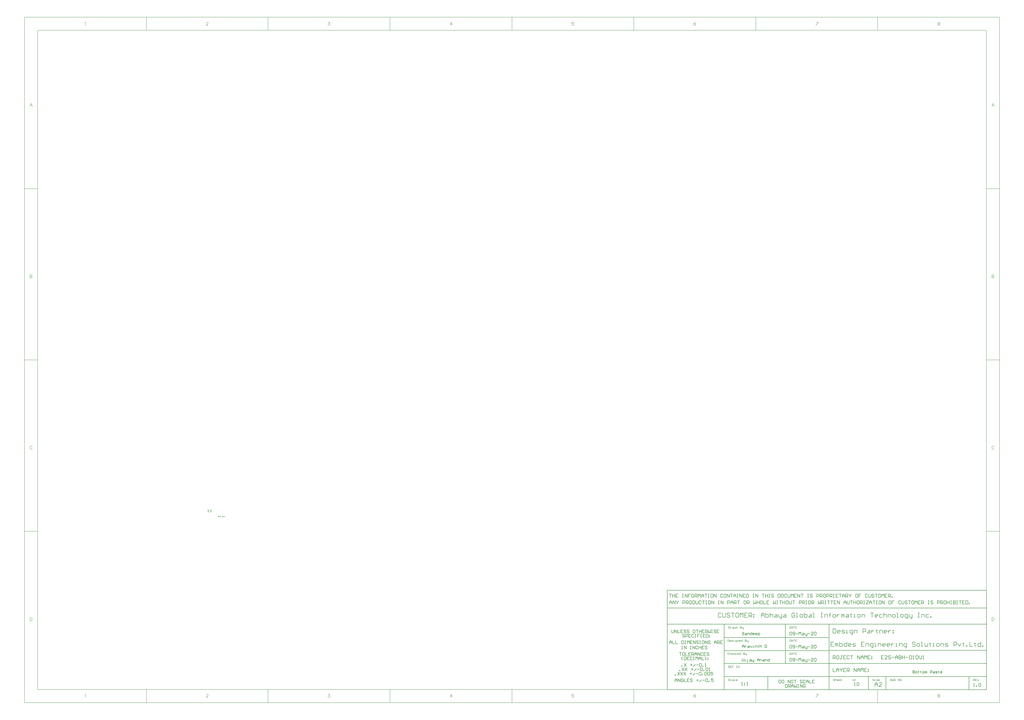
<source format=gbp>
G04 Layer_Color=128*
%FSLAX44Y44*%
%MOMM*%
G71*
G01*
G75*
%ADD10C,0.2540*%
%ADD13C,0.1270*%
%ADD14C,0.1778*%
%ADD16R,0.6200X0.6200*%
%ADD22R,0.6200X0.6200*%
D10*
X4024122Y-715015D02*
Y-730250D01*
X4031740D01*
X4034279Y-727711D01*
Y-725172D01*
X4031740Y-722633D01*
X4024122D01*
X4031740D01*
X4034279Y-720093D01*
Y-717554D01*
X4031740Y-715015D01*
X4024122D01*
X4041896Y-730250D02*
X4046974D01*
X4049514Y-727711D01*
Y-722633D01*
X4046974Y-720093D01*
X4041896D01*
X4039357Y-722633D01*
Y-727711D01*
X4041896Y-730250D01*
X4057131Y-717554D02*
Y-720093D01*
X4054592D01*
X4059670D01*
X4057131D01*
Y-727711D01*
X4059670Y-730250D01*
X4069827Y-717554D02*
Y-720093D01*
X4067288D01*
X4072366D01*
X4069827D01*
Y-727711D01*
X4072366Y-730250D01*
X4082523D02*
X4087602D01*
X4090141Y-727711D01*
Y-722633D01*
X4087602Y-720093D01*
X4082523D01*
X4079984Y-722633D01*
Y-727711D01*
X4082523Y-730250D01*
X4095219D02*
Y-720093D01*
X4097758D01*
X4100297Y-722633D01*
Y-730250D01*
Y-722633D01*
X4102837Y-720093D01*
X4105376Y-722633D01*
Y-730250D01*
X4125689D02*
Y-715015D01*
X4133307D01*
X4135846Y-717554D01*
Y-722633D01*
X4133307Y-725172D01*
X4125689D01*
X4143463Y-720093D02*
X4148542D01*
X4151081Y-722633D01*
Y-730250D01*
X4143463D01*
X4140924Y-727711D01*
X4143463Y-725172D01*
X4151081D01*
X4156159Y-730250D02*
X4163777D01*
X4166316Y-727711D01*
X4163777Y-725172D01*
X4158698D01*
X4156159Y-722633D01*
X4158698Y-720093D01*
X4166316D01*
X4173933Y-717554D02*
Y-720093D01*
X4171394D01*
X4176473D01*
X4173933D01*
Y-727711D01*
X4176473Y-730250D01*
X4191708D02*
X4186629D01*
X4184090Y-727711D01*
Y-722633D01*
X4186629Y-720093D01*
X4191708D01*
X4194247Y-722633D01*
Y-725172D01*
X4184090D01*
X2927858Y-826262D02*
X4451858D01*
X3537458Y-673862D02*
X4450516D01*
X2597658Y-351282D02*
X4450588D01*
X4451858Y-445262D02*
Y-247230D01*
X2597658D02*
X4451858D01*
X2597658Y-445262D02*
Y-247230D01*
Y-826262D02*
X2927858D01*
X2597658D02*
Y-445262D01*
X2927858D01*
X3537458Y-826262D02*
Y-445262D01*
X2927858D02*
X4451858D01*
Y-826262D02*
Y-445262D01*
X2927858Y-826262D02*
Y-445262D01*
X3766058Y-826262D02*
Y-750062D01*
X3537458D02*
X4451858D01*
X3867658Y-826262D02*
Y-750062D01*
X4350258Y-826262D02*
Y-750062D01*
X2927858Y-522732D02*
X3533648D01*
X2927858Y-598932D02*
X3533648D01*
X2927858Y-673862D02*
X3537458D01*
X2927858Y-750062D02*
X3537458D01*
X3283458Y-673862D02*
Y-445262D01*
X3181858Y-826262D02*
Y-750062D01*
X3537458Y-597662D02*
X4451858D01*
X2911258Y-383654D02*
X2907026Y-379422D01*
X2898562D01*
X2894330Y-383654D01*
Y-400582D01*
X2898562Y-404814D01*
X2907026D01*
X2911258Y-400582D01*
X2919722Y-379422D02*
Y-400582D01*
X2923954Y-404814D01*
X2932418D01*
X2936650Y-400582D01*
Y-379422D01*
X2962041Y-383654D02*
X2957809Y-379422D01*
X2949346D01*
X2945114Y-383654D01*
Y-387886D01*
X2949346Y-392118D01*
X2957809D01*
X2962041Y-396350D01*
Y-400582D01*
X2957809Y-404814D01*
X2949346D01*
X2945114Y-400582D01*
X2970505Y-379422D02*
X2987433D01*
X2978969D01*
Y-404814D01*
X3008593Y-379422D02*
X3000129D01*
X2995897Y-383654D01*
Y-400582D01*
X3000129Y-404814D01*
X3008593D01*
X3012825Y-400582D01*
Y-383654D01*
X3008593Y-379422D01*
X3021289Y-404814D02*
Y-379422D01*
X3029753Y-387886D01*
X3038217Y-379422D01*
Y-404814D01*
X3063609Y-379422D02*
X3046681D01*
Y-404814D01*
X3063609D01*
X3046681Y-392118D02*
X3055145D01*
X3072072Y-404814D02*
Y-379422D01*
X3084768D01*
X3089001Y-383654D01*
Y-392118D01*
X3084768Y-396350D01*
X3072072D01*
X3080536D02*
X3089001Y-404814D01*
X3097464Y-387886D02*
X3101696D01*
Y-392118D01*
X3097464D01*
Y-387886D01*
Y-400582D02*
X3101696D01*
Y-404814D01*
X3097464D01*
Y-400582D01*
X3144016Y-404814D02*
Y-387886D01*
X3152480Y-379422D01*
X3160944Y-387886D01*
Y-404814D01*
Y-392118D01*
X3144016D01*
X3169408Y-379422D02*
Y-404814D01*
X3182104D01*
X3186335Y-400582D01*
Y-396350D01*
Y-392118D01*
X3182104Y-387886D01*
X3169408D01*
X3194799Y-379422D02*
Y-404814D01*
Y-392118D01*
X3199031Y-387886D01*
X3207495D01*
X3211727Y-392118D01*
Y-404814D01*
X3224423Y-387886D02*
X3232887D01*
X3237119Y-392118D01*
Y-404814D01*
X3224423D01*
X3220191Y-400582D01*
X3224423Y-396350D01*
X3237119D01*
X3245583Y-387886D02*
Y-400582D01*
X3249815Y-404814D01*
X3262511D01*
Y-409046D01*
X3258279Y-413278D01*
X3254047D01*
X3262511Y-404814D02*
Y-387886D01*
X3275207D02*
X3283671D01*
X3287903Y-392118D01*
Y-404814D01*
X3275207D01*
X3270975Y-400582D01*
X3275207Y-396350D01*
X3287903D01*
X3338687Y-383654D02*
X3334454Y-379422D01*
X3325991D01*
X3321759Y-383654D01*
Y-400582D01*
X3325991Y-404814D01*
X3334454D01*
X3338687Y-400582D01*
Y-392118D01*
X3330222D01*
X3347150Y-404814D02*
X3355614D01*
X3351382D01*
Y-379422D01*
X3347150D01*
X3372542Y-404814D02*
X3381006D01*
X3385238Y-400582D01*
Y-392118D01*
X3381006Y-387886D01*
X3372542D01*
X3368310Y-392118D01*
Y-400582D01*
X3372542Y-404814D01*
X3393702Y-379422D02*
Y-404814D01*
X3406398D01*
X3410630Y-400582D01*
Y-396350D01*
Y-392118D01*
X3406398Y-387886D01*
X3393702D01*
X3423326D02*
X3431790D01*
X3436022Y-392118D01*
Y-404814D01*
X3423326D01*
X3419094Y-400582D01*
X3423326Y-396350D01*
X3436022D01*
X3444485Y-404814D02*
X3452950D01*
X3448718D01*
Y-379422D01*
X3444485D01*
X3491037D02*
X3499501D01*
X3495269D01*
Y-404814D01*
X3491037D01*
X3499501D01*
X3512197D02*
Y-387886D01*
X3524893D01*
X3529125Y-392118D01*
Y-404814D01*
X3541821D02*
Y-383654D01*
Y-392118D01*
X3537589D01*
X3546053D01*
X3541821D01*
Y-383654D01*
X3546053Y-379422D01*
X3562981Y-404814D02*
X3571444D01*
X3575677Y-400582D01*
Y-392118D01*
X3571444Y-387886D01*
X3562981D01*
X3558748Y-392118D01*
Y-400582D01*
X3562981Y-404814D01*
X3584140Y-387886D02*
Y-404814D01*
Y-396350D01*
X3588372Y-392118D01*
X3592604Y-387886D01*
X3596836D01*
X3609532Y-404814D02*
Y-387886D01*
X3613764D01*
X3617996Y-392118D01*
Y-404814D01*
Y-392118D01*
X3622228Y-387886D01*
X3626460Y-392118D01*
Y-404814D01*
X3639156Y-387886D02*
X3647620D01*
X3651852Y-392118D01*
Y-404814D01*
X3639156D01*
X3634924Y-400582D01*
X3639156Y-396350D01*
X3651852D01*
X3664548Y-383654D02*
Y-387886D01*
X3660316D01*
X3668780D01*
X3664548D01*
Y-400582D01*
X3668780Y-404814D01*
X3681476D02*
X3689940D01*
X3685708D01*
Y-387886D01*
X3681476D01*
X3706867Y-404814D02*
X3715331D01*
X3719563Y-400582D01*
Y-392118D01*
X3715331Y-387886D01*
X3706867D01*
X3702635Y-392118D01*
Y-400582D01*
X3706867Y-404814D01*
X3728027D02*
Y-387886D01*
X3740723D01*
X3744955Y-392118D01*
Y-404814D01*
X3778811Y-379422D02*
X3795739D01*
X3787275D01*
Y-404814D01*
X3816898D02*
X3808434D01*
X3804203Y-400582D01*
Y-392118D01*
X3808434Y-387886D01*
X3816898D01*
X3821130Y-392118D01*
Y-396350D01*
X3804203D01*
X3846522Y-387886D02*
X3833826D01*
X3829594Y-392118D01*
Y-400582D01*
X3833826Y-404814D01*
X3846522D01*
X3854986Y-379422D02*
Y-404814D01*
Y-392118D01*
X3859218Y-387886D01*
X3867682D01*
X3871914Y-392118D01*
Y-404814D01*
X3880378D02*
Y-387886D01*
X3893074D01*
X3897306Y-392118D01*
Y-404814D01*
X3910002D02*
X3918466D01*
X3922698Y-400582D01*
Y-392118D01*
X3918466Y-387886D01*
X3910002D01*
X3905770Y-392118D01*
Y-400582D01*
X3910002Y-404814D01*
X3931161D02*
X3939626D01*
X3935394D01*
Y-379422D01*
X3931161D01*
X3956553Y-404814D02*
X3965017D01*
X3969249Y-400582D01*
Y-392118D01*
X3965017Y-387886D01*
X3956553D01*
X3952321Y-392118D01*
Y-400582D01*
X3956553Y-404814D01*
X3986177Y-413278D02*
X3990409D01*
X3994641Y-409046D01*
Y-387886D01*
X3981945D01*
X3977713Y-392118D01*
Y-400582D01*
X3981945Y-404814D01*
X3994641D01*
X4003105Y-387886D02*
Y-400582D01*
X4007337Y-404814D01*
X4020033D01*
Y-409046D01*
X4015801Y-413278D01*
X4011569D01*
X4020033Y-404814D02*
Y-387886D01*
X4053889Y-379422D02*
X4062353D01*
X4058121D01*
Y-404814D01*
X4053889D01*
X4062353D01*
X4075049D02*
Y-387886D01*
X4087744D01*
X4091976Y-392118D01*
Y-404814D01*
X4117368Y-387886D02*
X4104672D01*
X4100440Y-392118D01*
Y-400582D01*
X4104672Y-404814D01*
X4117368D01*
X4125832D02*
Y-400582D01*
X4130064D01*
Y-404814D01*
X4125832D01*
X3031998Y-645673D02*
Y-655830D01*
X3037076Y-660908D01*
X3042155Y-655830D01*
Y-645673D01*
X3047233Y-660908D02*
X3052311D01*
X3049772D01*
Y-650751D01*
X3047233D01*
X3059929Y-665986D02*
X3062468D01*
X3065007Y-663447D01*
Y-650751D01*
X3077703D02*
X3082782D01*
X3085321Y-653290D01*
Y-660908D01*
X3077703D01*
X3075164Y-658369D01*
X3077703Y-655830D01*
X3085321D01*
X3090399Y-650751D02*
Y-658369D01*
X3092938Y-660908D01*
X3100556D01*
Y-663447D01*
X3098017Y-665986D01*
X3095478D01*
X3100556Y-660908D02*
Y-650751D01*
X3120869Y-660908D02*
Y-650751D01*
X3125948Y-645673D01*
X3131026Y-650751D01*
Y-660908D01*
Y-653290D01*
X3120869D01*
X3136104Y-660908D02*
Y-650751D01*
X3143722D01*
X3146261Y-653290D01*
Y-660908D01*
X3153878Y-650751D02*
X3158957D01*
X3161496Y-653290D01*
Y-660908D01*
X3153878D01*
X3151339Y-658369D01*
X3153878Y-655830D01*
X3161496D01*
X3166574Y-660908D02*
Y-650751D01*
X3174192D01*
X3176731Y-653290D01*
Y-660908D01*
X3191966Y-645673D02*
Y-660908D01*
X3184349D01*
X3181809Y-658369D01*
Y-653290D01*
X3184349Y-650751D01*
X3191966D01*
X3033268Y-581406D02*
Y-571249D01*
X3038346Y-566171D01*
X3043425Y-571249D01*
Y-581406D01*
Y-573788D01*
X3033268D01*
X3048503Y-571249D02*
Y-581406D01*
Y-576328D01*
X3051042Y-573788D01*
X3053582Y-571249D01*
X3056121D01*
X3066277D02*
X3071356D01*
X3073895Y-573788D01*
Y-581406D01*
X3066277D01*
X3063738Y-578867D01*
X3066277Y-576328D01*
X3073895D01*
X3078973Y-571249D02*
X3084052Y-581406D01*
X3089130Y-571249D01*
X3094208Y-581406D02*
X3099286D01*
X3096747D01*
Y-571249D01*
X3094208D01*
X3106904Y-581406D02*
Y-571249D01*
X3114522D01*
X3117061Y-573788D01*
Y-581406D01*
X3124678Y-568710D02*
Y-571249D01*
X3122139D01*
X3127218D01*
X3124678D01*
Y-578867D01*
X3127218Y-581406D01*
X3134835Y-566171D02*
Y-581406D01*
Y-573788D01*
X3137374Y-571249D01*
X3142453D01*
X3144992Y-573788D01*
Y-581406D01*
X3165305Y-566171D02*
Y-581406D01*
X3172923D01*
X3175462Y-578867D01*
Y-568710D01*
X3172923Y-566171D01*
X3165305D01*
X3043425Y-494796D02*
X3040886Y-492257D01*
X3035807D01*
X3033268Y-494796D01*
Y-497335D01*
X3035807Y-499874D01*
X3040886D01*
X3043425Y-502414D01*
Y-504953D01*
X3040886Y-507492D01*
X3035807D01*
X3033268Y-504953D01*
X3051042Y-497335D02*
X3056121D01*
X3058660Y-499874D01*
Y-507492D01*
X3051042D01*
X3048503Y-504953D01*
X3051042Y-502414D01*
X3058660D01*
X3063738Y-507492D02*
Y-497335D01*
X3071356D01*
X3073895Y-499874D01*
Y-507492D01*
X3089130Y-492257D02*
Y-507492D01*
X3081512D01*
X3078973Y-504953D01*
Y-499874D01*
X3081512Y-497335D01*
X3089130D01*
X3101826Y-507492D02*
X3096747D01*
X3094208Y-504953D01*
Y-499874D01*
X3096747Y-497335D01*
X3101826D01*
X3104365Y-499874D01*
Y-502414D01*
X3094208D01*
X3117061Y-507492D02*
X3111982D01*
X3109443Y-504953D01*
Y-499874D01*
X3111982Y-497335D01*
X3117061D01*
X3119600Y-499874D01*
Y-502414D01*
X3109443D01*
X3124678Y-512570D02*
Y-497335D01*
X3132296D01*
X3134835Y-499874D01*
Y-504953D01*
X3132296Y-507492D01*
X3124678D01*
X3560318Y-647754D02*
Y-627441D01*
X3570475D01*
X3573860Y-630826D01*
Y-637597D01*
X3570475Y-640983D01*
X3560318D01*
X3567089D02*
X3573860Y-647754D01*
X3590788Y-627441D02*
X3584017D01*
X3580631Y-630826D01*
Y-644368D01*
X3584017Y-647754D01*
X3590788D01*
X3594174Y-644368D01*
Y-630826D01*
X3590788Y-627441D01*
X3614487D02*
X3607716D01*
X3611102D01*
Y-644368D01*
X3607716Y-647754D01*
X3604330D01*
X3600945Y-644368D01*
X3634801Y-627441D02*
X3621258D01*
Y-647754D01*
X3634801D01*
X3621258Y-637597D02*
X3628029D01*
X3655114Y-630826D02*
X3651729Y-627441D01*
X3644957D01*
X3641572Y-630826D01*
Y-644368D01*
X3644957Y-647754D01*
X3651729D01*
X3655114Y-644368D01*
X3661885Y-627441D02*
X3675428D01*
X3668656D01*
Y-647754D01*
X3702512D02*
Y-627441D01*
X3716054Y-647754D01*
Y-627441D01*
X3722825Y-647754D02*
Y-634212D01*
X3729597Y-627441D01*
X3736368Y-634212D01*
Y-647754D01*
Y-637597D01*
X3722825D01*
X3743139Y-647754D02*
Y-627441D01*
X3749910Y-634212D01*
X3756681Y-627441D01*
Y-647754D01*
X3776995Y-627441D02*
X3763452D01*
Y-647754D01*
X3776995D01*
X3763452Y-637597D02*
X3770223D01*
X3783766Y-634212D02*
X3787151D01*
Y-637597D01*
X3783766D01*
Y-634212D01*
Y-644368D02*
X3787151D01*
Y-647754D01*
X3783766D01*
Y-644368D01*
X3854863Y-627441D02*
X3841320D01*
Y-647754D01*
X3854863D01*
X3841320Y-637597D02*
X3848091D01*
X3875176Y-647754D02*
X3861634D01*
X3875176Y-634212D01*
Y-630826D01*
X3871790Y-627441D01*
X3865019D01*
X3861634Y-630826D01*
X3895490D02*
X3892104Y-627441D01*
X3885333D01*
X3881947Y-630826D01*
Y-634212D01*
X3885333Y-637597D01*
X3892104D01*
X3895490Y-640983D01*
Y-644368D01*
X3892104Y-647754D01*
X3885333D01*
X3881947Y-644368D01*
X3902261Y-637597D02*
X3915803D01*
X3922574Y-647754D02*
Y-634212D01*
X3929345Y-627441D01*
X3936116Y-634212D01*
Y-647754D01*
Y-637597D01*
X3922574D01*
X3942887Y-627441D02*
Y-647754D01*
X3953044D01*
X3956430Y-644368D01*
Y-640983D01*
X3953044Y-637597D01*
X3942887D01*
X3953044D01*
X3956430Y-634212D01*
Y-630826D01*
X3953044Y-627441D01*
X3942887D01*
X3963201D02*
Y-647754D01*
Y-637597D01*
X3976743D01*
Y-627441D01*
Y-647754D01*
X3983514Y-637597D02*
X3997057D01*
X4003828Y-630826D02*
X4007213Y-627441D01*
X4013984D01*
X4017370Y-630826D01*
Y-644368D01*
X4013984Y-647754D01*
X4007213D01*
X4003828Y-644368D01*
Y-630826D01*
X4024141Y-647754D02*
X4030912D01*
X4027527D01*
Y-627441D01*
X4024141Y-630826D01*
X4041069D02*
X4044455Y-627441D01*
X4051226D01*
X4054611Y-630826D01*
Y-644368D01*
X4051226Y-647754D01*
X4044455D01*
X4041069Y-644368D01*
Y-630826D01*
X4061382Y-627441D02*
Y-640983D01*
X4068153Y-647754D01*
X4074925Y-640983D01*
Y-627441D01*
X4081696Y-647754D02*
X4088467D01*
X4085081D01*
Y-627441D01*
X4081696Y-630826D01*
X3684270Y-803148D02*
X3690195D01*
X3687232D01*
Y-785374D01*
X3684270Y-788336D01*
X3699082D02*
X3702044Y-785374D01*
X3707969D01*
X3710931Y-788336D01*
Y-800186D01*
X3707969Y-803148D01*
X3702044D01*
X3699082Y-800186D01*
Y-788336D01*
X3564292Y-548648D02*
X3547364D01*
Y-574040D01*
X3564292D01*
X3547364Y-561344D02*
X3555828D01*
X3572756Y-574040D02*
Y-557112D01*
X3576988D01*
X3581220Y-561344D01*
Y-574040D01*
Y-561344D01*
X3585452Y-557112D01*
X3589684Y-561344D01*
Y-574040D01*
X3598148Y-548648D02*
Y-574040D01*
X3610844D01*
X3615075Y-569808D01*
Y-565576D01*
Y-561344D01*
X3610844Y-557112D01*
X3598148D01*
X3640467Y-548648D02*
Y-574040D01*
X3627771D01*
X3623539Y-569808D01*
Y-561344D01*
X3627771Y-557112D01*
X3640467D01*
X3661627Y-574040D02*
X3653163D01*
X3648931Y-569808D01*
Y-561344D01*
X3653163Y-557112D01*
X3661627D01*
X3665859Y-561344D01*
Y-565576D01*
X3648931D01*
X3674323Y-574040D02*
X3687019D01*
X3691251Y-569808D01*
X3687019Y-565576D01*
X3678555D01*
X3674323Y-561344D01*
X3678555Y-557112D01*
X3691251D01*
X3742034Y-548648D02*
X3725107D01*
Y-574040D01*
X3742034D01*
X3725107Y-561344D02*
X3733571D01*
X3750498Y-574040D02*
Y-557112D01*
X3763194D01*
X3767426Y-561344D01*
Y-574040D01*
X3784354Y-582504D02*
X3788586D01*
X3792818Y-578272D01*
Y-557112D01*
X3780122D01*
X3775890Y-561344D01*
Y-569808D01*
X3780122Y-574040D01*
X3792818D01*
X3801282D02*
X3809746D01*
X3805514D01*
Y-557112D01*
X3801282D01*
X3822442Y-574040D02*
Y-557112D01*
X3835138D01*
X3839370Y-561344D01*
Y-574040D01*
X3860529D02*
X3852065D01*
X3847834Y-569808D01*
Y-561344D01*
X3852065Y-557112D01*
X3860529D01*
X3864761Y-561344D01*
Y-565576D01*
X3847834D01*
X3885921Y-574040D02*
X3877457D01*
X3873225Y-569808D01*
Y-561344D01*
X3877457Y-557112D01*
X3885921D01*
X3890153Y-561344D01*
Y-565576D01*
X3873225D01*
X3898617Y-557112D02*
Y-574040D01*
Y-565576D01*
X3902849Y-561344D01*
X3907081Y-557112D01*
X3911313D01*
X3924009Y-574040D02*
X3932473D01*
X3928241D01*
Y-557112D01*
X3924009D01*
X3945169Y-574040D02*
Y-557112D01*
X3957865D01*
X3962097Y-561344D01*
Y-574040D01*
X3979024Y-582504D02*
X3983257D01*
X3987488Y-578272D01*
Y-557112D01*
X3974792D01*
X3970561Y-561344D01*
Y-569808D01*
X3974792Y-574040D01*
X3987488D01*
X4038272Y-552880D02*
X4034040Y-548648D01*
X4025576D01*
X4021344Y-552880D01*
Y-557112D01*
X4025576Y-561344D01*
X4034040D01*
X4038272Y-565576D01*
Y-569808D01*
X4034040Y-574040D01*
X4025576D01*
X4021344Y-569808D01*
X4050968Y-574040D02*
X4059432D01*
X4063664Y-569808D01*
Y-561344D01*
X4059432Y-557112D01*
X4050968D01*
X4046736Y-561344D01*
Y-569808D01*
X4050968Y-574040D01*
X4072128D02*
X4080592D01*
X4076360D01*
Y-548648D01*
X4072128D01*
X4093288Y-557112D02*
Y-569808D01*
X4097520Y-574040D01*
X4110215D01*
Y-557112D01*
X4122911Y-552880D02*
Y-557112D01*
X4118680D01*
X4127143D01*
X4122911D01*
Y-569808D01*
X4127143Y-574040D01*
X4139839D02*
X4148303D01*
X4144071D01*
Y-557112D01*
X4139839D01*
X4165231Y-574040D02*
X4173695D01*
X4177927Y-569808D01*
Y-561344D01*
X4173695Y-557112D01*
X4165231D01*
X4160999Y-561344D01*
Y-569808D01*
X4165231Y-574040D01*
X4186391D02*
Y-557112D01*
X4199087D01*
X4203319Y-561344D01*
Y-574040D01*
X4211783D02*
X4224478D01*
X4228711Y-569808D01*
X4224478Y-565576D01*
X4216015D01*
X4211783Y-561344D01*
X4216015Y-557112D01*
X4228711D01*
X4262566Y-574040D02*
Y-548648D01*
X4275262D01*
X4279494Y-552880D01*
Y-561344D01*
X4275262Y-565576D01*
X4262566D01*
X4287958Y-557112D02*
X4296422Y-574040D01*
X4304886Y-557112D01*
X4317582Y-552880D02*
Y-557112D01*
X4313350D01*
X4321814D01*
X4317582D01*
Y-569808D01*
X4321814Y-574040D01*
X4334510D02*
Y-569808D01*
X4338741D01*
Y-574040D01*
X4334510D01*
X4355670Y-548648D02*
Y-574040D01*
X4372597D01*
X4385293Y-552880D02*
Y-557112D01*
X4381061D01*
X4389525D01*
X4385293D01*
Y-569808D01*
X4389525Y-574040D01*
X4419149Y-548648D02*
Y-574040D01*
X4406453D01*
X4402221Y-569808D01*
Y-561344D01*
X4406453Y-557112D01*
X4419149D01*
X4427613Y-574040D02*
Y-569808D01*
X4431845D01*
Y-574040D01*
X4427613D01*
X2611221Y-327968D02*
Y-315272D01*
X2617569Y-308924D01*
X2623917Y-315272D01*
Y-327968D01*
Y-318446D01*
X2611221D01*
X2630265Y-327968D02*
Y-308924D01*
X2642961Y-327968D01*
Y-308924D01*
X2649308D02*
Y-312098D01*
X2655656Y-318446D01*
X2662004Y-312098D01*
Y-308924D01*
X2655656Y-318446D02*
Y-327968D01*
X2687396D02*
Y-308924D01*
X2696918D01*
X2700092Y-312098D01*
Y-318446D01*
X2696918Y-321620D01*
X2687396D01*
X2706440Y-327968D02*
Y-308924D01*
X2715962D01*
X2719136Y-312098D01*
Y-318446D01*
X2715962Y-321620D01*
X2706440D01*
X2712788D02*
X2719136Y-327968D01*
X2735006Y-308924D02*
X2728658D01*
X2725484Y-312098D01*
Y-324794D01*
X2728658Y-327968D01*
X2735006D01*
X2738180Y-324794D01*
Y-312098D01*
X2735006Y-308924D01*
X2744528D02*
Y-327968D01*
X2754049D01*
X2757224Y-324794D01*
Y-312098D01*
X2754049Y-308924D01*
X2744528D01*
X2763571D02*
Y-324794D01*
X2766745Y-327968D01*
X2773093D01*
X2776267Y-324794D01*
Y-308924D01*
X2795311Y-312098D02*
X2792137Y-308924D01*
X2785789D01*
X2782615Y-312098D01*
Y-324794D01*
X2785789Y-327968D01*
X2792137D01*
X2795311Y-324794D01*
X2801659Y-308924D02*
X2814355D01*
X2808007D01*
Y-327968D01*
X2820703Y-308924D02*
X2827051D01*
X2823877D01*
Y-327968D01*
X2820703D01*
X2827051D01*
X2846095Y-308924D02*
X2839747D01*
X2836573Y-312098D01*
Y-324794D01*
X2839747Y-327968D01*
X2846095D01*
X2849269Y-324794D01*
Y-312098D01*
X2846095Y-308924D01*
X2855617Y-327968D02*
Y-308924D01*
X2868313Y-327968D01*
Y-308924D01*
X2893705D02*
X2900052D01*
X2896878D01*
Y-327968D01*
X2893705D01*
X2900052D01*
X2909574D02*
Y-308924D01*
X2922270Y-327968D01*
Y-308924D01*
X2947662Y-327968D02*
Y-308924D01*
X2957184D01*
X2960358Y-312098D01*
Y-318446D01*
X2957184Y-321620D01*
X2947662D01*
X2966706Y-327968D02*
Y-315272D01*
X2973054Y-308924D01*
X2979402Y-315272D01*
Y-327968D01*
Y-318446D01*
X2966706D01*
X2985750Y-327968D02*
Y-308924D01*
X2995272D01*
X2998446Y-312098D01*
Y-318446D01*
X2995272Y-321620D01*
X2985750D01*
X2992098D02*
X2998446Y-327968D01*
X3004794Y-308924D02*
X3017490D01*
X3011141D01*
Y-327968D01*
X3052403Y-308924D02*
X3046055D01*
X3042881Y-312098D01*
Y-324794D01*
X3046055Y-327968D01*
X3052403D01*
X3055577Y-324794D01*
Y-312098D01*
X3052403Y-308924D01*
X3061925Y-327968D02*
Y-308924D01*
X3071447D01*
X3074621Y-312098D01*
Y-318446D01*
X3071447Y-321620D01*
X3061925D01*
X3068273D02*
X3074621Y-327968D01*
X3100013Y-308924D02*
Y-327968D01*
X3106361Y-321620D01*
X3112709Y-327968D01*
Y-308924D01*
X3119057D02*
Y-327968D01*
Y-318446D01*
X3131753D01*
Y-308924D01*
Y-327968D01*
X3147622Y-308924D02*
X3141274D01*
X3138101Y-312098D01*
Y-324794D01*
X3141274Y-327968D01*
X3147622D01*
X3150797Y-324794D01*
Y-312098D01*
X3147622Y-308924D01*
X3157144D02*
Y-327968D01*
X3169840D01*
X3188884Y-308924D02*
X3176188D01*
Y-327968D01*
X3188884D01*
X3176188Y-318446D02*
X3182536D01*
X3214276Y-308924D02*
Y-327968D01*
X3220624Y-321620D01*
X3226972Y-327968D01*
Y-308924D01*
X3233320D02*
X3239668D01*
X3236494D01*
Y-327968D01*
X3233320D01*
X3239668D01*
X3249190Y-308924D02*
X3261886D01*
X3255538D01*
Y-327968D01*
X3268234Y-308924D02*
Y-327968D01*
Y-318446D01*
X3280929D01*
Y-308924D01*
Y-327968D01*
X3296799Y-308924D02*
X3290451D01*
X3287278Y-312098D01*
Y-324794D01*
X3290451Y-327968D01*
X3296799D01*
X3299973Y-324794D01*
Y-312098D01*
X3296799Y-308924D01*
X3306321D02*
Y-324794D01*
X3309495Y-327968D01*
X3315843D01*
X3319017Y-324794D01*
Y-308924D01*
X3325365D02*
X3338061D01*
X3331713D01*
Y-327968D01*
X3363453D02*
Y-308924D01*
X3372975D01*
X3376149Y-312098D01*
Y-318446D01*
X3372975Y-321620D01*
X3363453D01*
X3382497Y-327968D02*
Y-308924D01*
X3392019D01*
X3395193Y-312098D01*
Y-318446D01*
X3392019Y-321620D01*
X3382497D01*
X3388845D02*
X3395193Y-327968D01*
X3401541Y-308924D02*
X3407888D01*
X3404714D01*
Y-327968D01*
X3401541D01*
X3407888D01*
X3426932Y-308924D02*
X3420584D01*
X3417410Y-312098D01*
Y-324794D01*
X3420584Y-327968D01*
X3426932D01*
X3430106Y-324794D01*
Y-312098D01*
X3426932Y-308924D01*
X3436454Y-327968D02*
Y-308924D01*
X3445976D01*
X3449150Y-312098D01*
Y-318446D01*
X3445976Y-321620D01*
X3436454D01*
X3442802D02*
X3449150Y-327968D01*
X3474542Y-308924D02*
Y-327968D01*
X3480890Y-321620D01*
X3487238Y-327968D01*
Y-308924D01*
X3493586Y-327968D02*
Y-308924D01*
X3503108D01*
X3506282Y-312098D01*
Y-318446D01*
X3503108Y-321620D01*
X3493586D01*
X3499934D02*
X3506282Y-327968D01*
X3512630Y-308924D02*
X3518978D01*
X3515804D01*
Y-327968D01*
X3512630D01*
X3518978D01*
X3528499Y-308924D02*
X3541195D01*
X3534847D01*
Y-327968D01*
X3547543Y-308924D02*
X3560239D01*
X3553891D01*
Y-327968D01*
X3579283Y-308924D02*
X3566587D01*
Y-327968D01*
X3579283D01*
X3566587Y-318446D02*
X3572935D01*
X3585631Y-327968D02*
Y-308924D01*
X3598327Y-327968D01*
Y-308924D01*
X3623719Y-327968D02*
Y-315272D01*
X3630067Y-308924D01*
X3636415Y-315272D01*
Y-327968D01*
Y-318446D01*
X3623719D01*
X3642762Y-308924D02*
Y-324794D01*
X3645937Y-327968D01*
X3652285D01*
X3655458Y-324794D01*
Y-308924D01*
X3661807D02*
X3674502D01*
X3668154D01*
Y-327968D01*
X3680850Y-308924D02*
Y-327968D01*
Y-318446D01*
X3693546D01*
Y-308924D01*
Y-327968D01*
X3709416Y-308924D02*
X3703068D01*
X3699894Y-312098D01*
Y-324794D01*
X3703068Y-327968D01*
X3709416D01*
X3712590Y-324794D01*
Y-312098D01*
X3709416Y-308924D01*
X3718938Y-327968D02*
Y-308924D01*
X3728460D01*
X3731634Y-312098D01*
Y-318446D01*
X3728460Y-321620D01*
X3718938D01*
X3725286D02*
X3731634Y-327968D01*
X3737982Y-308924D02*
X3744330D01*
X3741156D01*
Y-327968D01*
X3737982D01*
X3744330D01*
X3753852Y-308924D02*
X3766548D01*
Y-312098D01*
X3753852Y-324794D01*
Y-327968D01*
X3766548D01*
X3772896D02*
Y-315272D01*
X3779243Y-308924D01*
X3785591Y-315272D01*
Y-327968D01*
Y-318446D01*
X3772896D01*
X3791939Y-308924D02*
X3804635D01*
X3798287D01*
Y-327968D01*
X3810983Y-308924D02*
X3817331D01*
X3814157D01*
Y-327968D01*
X3810983D01*
X3817331D01*
X3836375Y-308924D02*
X3830027D01*
X3826853Y-312098D01*
Y-324794D01*
X3830027Y-327968D01*
X3836375D01*
X3839549Y-324794D01*
Y-312098D01*
X3836375Y-308924D01*
X3845897Y-327968D02*
Y-308924D01*
X3858593Y-327968D01*
Y-308924D01*
X3893507D02*
X3887159D01*
X3883985Y-312098D01*
Y-324794D01*
X3887159Y-327968D01*
X3893507D01*
X3896681Y-324794D01*
Y-312098D01*
X3893507Y-308924D01*
X3915724D02*
X3903029D01*
Y-318446D01*
X3909377D01*
X3903029D01*
Y-327968D01*
X3953812Y-312098D02*
X3950638Y-308924D01*
X3944290D01*
X3941116Y-312098D01*
Y-324794D01*
X3944290Y-327968D01*
X3950638D01*
X3953812Y-324794D01*
X3960160Y-308924D02*
Y-324794D01*
X3963334Y-327968D01*
X3969682D01*
X3972856Y-324794D01*
Y-308924D01*
X3991900Y-312098D02*
X3988726Y-308924D01*
X3982378D01*
X3979204Y-312098D01*
Y-315272D01*
X3982378Y-318446D01*
X3988726D01*
X3991900Y-321620D01*
Y-324794D01*
X3988726Y-327968D01*
X3982378D01*
X3979204Y-324794D01*
X3998248Y-308924D02*
X4010944D01*
X4004596D01*
Y-327968D01*
X4026814Y-308924D02*
X4020466D01*
X4017292Y-312098D01*
Y-324794D01*
X4020466Y-327968D01*
X4026814D01*
X4029987Y-324794D01*
Y-312098D01*
X4026814Y-308924D01*
X4036335Y-327968D02*
Y-308924D01*
X4042683Y-315272D01*
X4049031Y-308924D01*
Y-327968D01*
X4068075Y-308924D02*
X4055379D01*
Y-327968D01*
X4068075D01*
X4055379Y-318446D02*
X4061727D01*
X4074423Y-327968D02*
Y-308924D01*
X4083945D01*
X4087119Y-312098D01*
Y-318446D01*
X4083945Y-321620D01*
X4074423D01*
X4080771D02*
X4087119Y-327968D01*
X4112511Y-308924D02*
X4118859D01*
X4115685D01*
Y-327968D01*
X4112511D01*
X4118859D01*
X4141077Y-312098D02*
X4137903Y-308924D01*
X4131555D01*
X4128381Y-312098D01*
Y-315272D01*
X4131555Y-318446D01*
X4137903D01*
X4141077Y-321620D01*
Y-324794D01*
X4137903Y-327968D01*
X4131555D01*
X4128381Y-324794D01*
X4166469Y-327968D02*
Y-308924D01*
X4175991D01*
X4179164Y-312098D01*
Y-318446D01*
X4175991Y-321620D01*
X4166469D01*
X4185512Y-327968D02*
Y-308924D01*
X4195034D01*
X4198208Y-312098D01*
Y-318446D01*
X4195034Y-321620D01*
X4185512D01*
X4191860D02*
X4198208Y-327968D01*
X4214078Y-308924D02*
X4207730D01*
X4204556Y-312098D01*
Y-324794D01*
X4207730Y-327968D01*
X4214078D01*
X4217252Y-324794D01*
Y-312098D01*
X4214078Y-308924D01*
X4223600D02*
Y-327968D01*
Y-318446D01*
X4236296D01*
Y-308924D01*
Y-327968D01*
X4242644Y-308924D02*
X4248992D01*
X4245818D01*
Y-327968D01*
X4242644D01*
X4248992D01*
X4258514Y-308924D02*
Y-327968D01*
X4268036D01*
X4271210Y-324794D01*
Y-321620D01*
X4268036Y-318446D01*
X4258514D01*
X4268036D01*
X4271210Y-315272D01*
Y-312098D01*
X4268036Y-308924D01*
X4258514D01*
X4277558D02*
X4283906D01*
X4280732D01*
Y-327968D01*
X4277558D01*
X4283906D01*
X4293428Y-308924D02*
X4306123D01*
X4299775D01*
Y-327968D01*
X4325167Y-308924D02*
X4312471D01*
Y-327968D01*
X4325167D01*
X4312471Y-318446D02*
X4318819D01*
X4331515Y-308924D02*
Y-327968D01*
X4341037D01*
X4344211Y-324794D01*
Y-312098D01*
X4341037Y-308924D01*
X4331515D01*
X4350559Y-327968D02*
Y-324794D01*
X4353733D01*
Y-327968D01*
X4350559D01*
X2609154Y-269936D02*
X2621849D01*
X2615502D01*
Y-288980D01*
X2628198Y-269936D02*
Y-288980D01*
Y-279458D01*
X2640893D01*
Y-269936D01*
Y-288980D01*
X2659937Y-269936D02*
X2647242D01*
Y-288980D01*
X2659937D01*
X2647242Y-279458D02*
X2653589D01*
X2685329Y-269936D02*
X2691677D01*
X2688503D01*
Y-288980D01*
X2685329D01*
X2691677D01*
X2701199D02*
Y-269936D01*
X2713895Y-288980D01*
Y-269936D01*
X2732939D02*
X2720243D01*
Y-279458D01*
X2726591D01*
X2720243D01*
Y-288980D01*
X2748809Y-269936D02*
X2742461D01*
X2739286Y-273110D01*
Y-285806D01*
X2742461Y-288980D01*
X2748809D01*
X2751982Y-285806D01*
Y-273110D01*
X2748809Y-269936D01*
X2758330Y-288980D02*
Y-269936D01*
X2767852D01*
X2771026Y-273110D01*
Y-279458D01*
X2767852Y-282632D01*
X2758330D01*
X2764678D02*
X2771026Y-288980D01*
X2777374D02*
Y-269936D01*
X2783722Y-276284D01*
X2790070Y-269936D01*
Y-288980D01*
X2796418D02*
Y-276284D01*
X2802766Y-269936D01*
X2809114Y-276284D01*
Y-288980D01*
Y-279458D01*
X2796418D01*
X2815462Y-269936D02*
X2828158D01*
X2821810D01*
Y-288980D01*
X2834506Y-269936D02*
X2840854D01*
X2837680D01*
Y-288980D01*
X2834506D01*
X2840854D01*
X2859898Y-269936D02*
X2853550D01*
X2850376Y-273110D01*
Y-285806D01*
X2853550Y-288980D01*
X2859898D01*
X2863072Y-285806D01*
Y-273110D01*
X2859898Y-269936D01*
X2869420Y-288980D02*
Y-269936D01*
X2882115Y-288980D01*
Y-269936D01*
X2920203Y-273110D02*
X2917029Y-269936D01*
X2910681D01*
X2907507Y-273110D01*
Y-285806D01*
X2910681Y-288980D01*
X2917029D01*
X2920203Y-285806D01*
X2936073Y-269936D02*
X2929725D01*
X2926551Y-273110D01*
Y-285806D01*
X2929725Y-288980D01*
X2936073D01*
X2939247Y-285806D01*
Y-273110D01*
X2936073Y-269936D01*
X2945595Y-288980D02*
Y-269936D01*
X2958291Y-288980D01*
Y-269936D01*
X2964639D02*
X2977335D01*
X2970987D01*
Y-288980D01*
X2983683D02*
Y-276284D01*
X2990031Y-269936D01*
X2996378Y-276284D01*
Y-288980D01*
Y-279458D01*
X2983683D01*
X3002727Y-269936D02*
X3009075D01*
X3005901D01*
Y-288980D01*
X3002727D01*
X3009075D01*
X3018596D02*
Y-269936D01*
X3031292Y-288980D01*
Y-269936D01*
X3050336D02*
X3037640D01*
Y-288980D01*
X3050336D01*
X3037640Y-279458D02*
X3043988D01*
X3056684Y-269936D02*
Y-288980D01*
X3066206D01*
X3069380Y-285806D01*
Y-273110D01*
X3066206Y-269936D01*
X3056684D01*
X3094772D02*
X3101120D01*
X3097946D01*
Y-288980D01*
X3094772D01*
X3101120D01*
X3110642D02*
Y-269936D01*
X3123338Y-288980D01*
Y-269936D01*
X3148730D02*
X3161425D01*
X3155078D01*
Y-288980D01*
X3167773Y-269936D02*
Y-288980D01*
Y-279458D01*
X3180469D01*
Y-269936D01*
Y-288980D01*
X3186817Y-269936D02*
X3193165D01*
X3189991D01*
Y-288980D01*
X3186817D01*
X3193165D01*
X3215383Y-273110D02*
X3212209Y-269936D01*
X3205861D01*
X3202687Y-273110D01*
Y-276284D01*
X3205861Y-279458D01*
X3212209D01*
X3215383Y-282632D01*
Y-285806D01*
X3212209Y-288980D01*
X3205861D01*
X3202687Y-285806D01*
X3240775Y-269936D02*
Y-288980D01*
X3250297D01*
X3253470Y-285806D01*
Y-273110D01*
X3250297Y-269936D01*
X3240775D01*
X3269341D02*
X3262993D01*
X3259819Y-273110D01*
Y-285806D01*
X3262993Y-288980D01*
X3269341D01*
X3272515Y-285806D01*
Y-273110D01*
X3269341Y-269936D01*
X3291558Y-273110D02*
X3288384Y-269936D01*
X3282036D01*
X3278863Y-273110D01*
Y-285806D01*
X3282036Y-288980D01*
X3288384D01*
X3291558Y-285806D01*
X3297906Y-269936D02*
Y-285806D01*
X3301080Y-288980D01*
X3307428D01*
X3310602Y-285806D01*
Y-269936D01*
X3316950Y-288980D02*
Y-269936D01*
X3323298Y-276284D01*
X3329646Y-269936D01*
Y-288980D01*
X3348690Y-269936D02*
X3335994D01*
Y-288980D01*
X3348690D01*
X3335994Y-279458D02*
X3342342D01*
X3355038Y-288980D02*
Y-269936D01*
X3367734Y-288980D01*
Y-269936D01*
X3374082D02*
X3386778D01*
X3380430D01*
Y-288980D01*
X3412169Y-269936D02*
X3418517D01*
X3415343D01*
Y-288980D01*
X3412169D01*
X3418517D01*
X3440735Y-273110D02*
X3437561Y-269936D01*
X3431213D01*
X3428039Y-273110D01*
Y-276284D01*
X3431213Y-279458D01*
X3437561D01*
X3440735Y-282632D01*
Y-285806D01*
X3437561Y-288980D01*
X3431213D01*
X3428039Y-285806D01*
X3466127Y-288980D02*
Y-269936D01*
X3475649D01*
X3478823Y-273110D01*
Y-279458D01*
X3475649Y-282632D01*
X3466127D01*
X3485171Y-288980D02*
Y-269936D01*
X3494693D01*
X3497867Y-273110D01*
Y-279458D01*
X3494693Y-282632D01*
X3485171D01*
X3491519D02*
X3497867Y-288980D01*
X3513737Y-269936D02*
X3507389D01*
X3504215Y-273110D01*
Y-285806D01*
X3507389Y-288980D01*
X3513737D01*
X3516911Y-285806D01*
Y-273110D01*
X3513737Y-269936D01*
X3523259Y-288980D02*
Y-269936D01*
X3532780D01*
X3535954Y-273110D01*
Y-279458D01*
X3532780Y-282632D01*
X3523259D01*
X3542303Y-288980D02*
Y-269936D01*
X3551824D01*
X3554998Y-273110D01*
Y-279458D01*
X3551824Y-282632D01*
X3542303D01*
X3548651D02*
X3554998Y-288980D01*
X3561346Y-269936D02*
X3567694D01*
X3564520D01*
Y-288980D01*
X3561346D01*
X3567694D01*
X3589912Y-269936D02*
X3577216D01*
Y-288980D01*
X3589912D01*
X3577216Y-279458D02*
X3583564D01*
X3596260Y-269936D02*
X3608956D01*
X3602608D01*
Y-288980D01*
X3615304D02*
Y-276284D01*
X3621652Y-269936D01*
X3628000Y-276284D01*
Y-288980D01*
Y-279458D01*
X3615304D01*
X3634348Y-288980D02*
Y-269936D01*
X3643870D01*
X3647043Y-273110D01*
Y-279458D01*
X3643870Y-282632D01*
X3634348D01*
X3640695D02*
X3647043Y-288980D01*
X3653392Y-269936D02*
Y-273110D01*
X3659739Y-279458D01*
X3666087Y-273110D01*
Y-269936D01*
X3659739Y-279458D02*
Y-288980D01*
X3701001Y-269936D02*
X3694653D01*
X3691479Y-273110D01*
Y-285806D01*
X3694653Y-288980D01*
X3701001D01*
X3704175Y-285806D01*
Y-273110D01*
X3701001Y-269936D01*
X3723219D02*
X3710523D01*
Y-279458D01*
X3716871D01*
X3710523D01*
Y-288980D01*
X3761307Y-273110D02*
X3758133Y-269936D01*
X3751785D01*
X3748611Y-273110D01*
Y-285806D01*
X3751785Y-288980D01*
X3758133D01*
X3761307Y-285806D01*
X3767655Y-269936D02*
Y-285806D01*
X3770829Y-288980D01*
X3777177D01*
X3780351Y-285806D01*
Y-269936D01*
X3799395Y-273110D02*
X3796220Y-269936D01*
X3789872D01*
X3786699Y-273110D01*
Y-276284D01*
X3789872Y-279458D01*
X3796220D01*
X3799395Y-282632D01*
Y-285806D01*
X3796220Y-288980D01*
X3789872D01*
X3786699Y-285806D01*
X3805742Y-269936D02*
X3818438D01*
X3812090D01*
Y-288980D01*
X3834308Y-269936D02*
X3827960D01*
X3824786Y-273110D01*
Y-285806D01*
X3827960Y-288980D01*
X3834308D01*
X3837482Y-285806D01*
Y-273110D01*
X3834308Y-269936D01*
X3843830Y-288980D02*
Y-269936D01*
X3850178Y-276284D01*
X3856526Y-269936D01*
Y-288980D01*
X3875570Y-269936D02*
X3862874D01*
Y-288980D01*
X3875570D01*
X3862874Y-279458D02*
X3869222D01*
X3881918Y-288980D02*
Y-269936D01*
X3891440D01*
X3894614Y-273110D01*
Y-279458D01*
X3891440Y-282632D01*
X3881918D01*
X3888266D02*
X3894614Y-288980D01*
X3900962D02*
Y-285806D01*
X3904136D01*
Y-288980D01*
X3900962D01*
X3560318Y-471868D02*
Y-497260D01*
X3573014D01*
X3577246Y-493028D01*
Y-476100D01*
X3573014Y-471868D01*
X3560318D01*
X3598406Y-497260D02*
X3589942D01*
X3585710Y-493028D01*
Y-484564D01*
X3589942Y-480332D01*
X3598406D01*
X3602638Y-484564D01*
Y-488796D01*
X3585710D01*
X3611102Y-497260D02*
X3623798D01*
X3628029Y-493028D01*
X3623798Y-488796D01*
X3615334D01*
X3611102Y-484564D01*
X3615334Y-480332D01*
X3628029D01*
X3636494Y-497260D02*
X3644957D01*
X3640725D01*
Y-480332D01*
X3636494D01*
X3666117Y-505724D02*
X3670349D01*
X3674581Y-501492D01*
Y-480332D01*
X3661885D01*
X3657653Y-484564D01*
Y-493028D01*
X3661885Y-497260D01*
X3674581D01*
X3683045D02*
Y-480332D01*
X3695741D01*
X3699973Y-484564D01*
Y-497260D01*
X3733829D02*
Y-471868D01*
X3746524D01*
X3750757Y-476100D01*
Y-484564D01*
X3746524Y-488796D01*
X3733829D01*
X3763452Y-480332D02*
X3771916D01*
X3776148Y-484564D01*
Y-497260D01*
X3763452D01*
X3759220Y-493028D01*
X3763452Y-488796D01*
X3776148D01*
X3784612Y-480332D02*
Y-497260D01*
Y-488796D01*
X3788844Y-484564D01*
X3793076Y-480332D01*
X3797308D01*
X3814236Y-476100D02*
Y-480332D01*
X3810004D01*
X3818468D01*
X3814236D01*
Y-493028D01*
X3818468Y-497260D01*
X3831164D02*
Y-480332D01*
X3843860D01*
X3848092Y-484564D01*
Y-497260D01*
X3869251D02*
X3860788D01*
X3856555Y-493028D01*
Y-484564D01*
X3860788Y-480332D01*
X3869251D01*
X3873484Y-484564D01*
Y-488796D01*
X3856555D01*
X3881947Y-480332D02*
Y-497260D01*
Y-488796D01*
X3886180Y-484564D01*
X3890411Y-480332D01*
X3894643D01*
X3907339D02*
X3911571D01*
Y-484564D01*
X3907339D01*
Y-480332D01*
Y-493028D02*
X3911571D01*
Y-497260D01*
X3907339D01*
Y-493028D01*
X3560318Y-701101D02*
Y-721414D01*
X3573860D01*
X3580631D02*
Y-707872D01*
X3587403Y-701101D01*
X3594174Y-707872D01*
Y-721414D01*
Y-711257D01*
X3580631D01*
X3600945Y-701101D02*
Y-704486D01*
X3607716Y-711257D01*
X3614487Y-704486D01*
Y-701101D01*
X3607716Y-711257D02*
Y-721414D01*
X3634801Y-701101D02*
X3621258D01*
Y-721414D01*
X3634801D01*
X3621258Y-711257D02*
X3628029D01*
X3641572Y-721414D02*
Y-701101D01*
X3651729D01*
X3655114Y-704486D01*
Y-711257D01*
X3651729Y-714643D01*
X3641572D01*
X3648343D02*
X3655114Y-721414D01*
X3682198D02*
Y-701101D01*
X3695741Y-721414D01*
Y-701101D01*
X3702512Y-721414D02*
Y-707872D01*
X3709283Y-701101D01*
X3716054Y-707872D01*
Y-721414D01*
Y-711257D01*
X3702512D01*
X3722825Y-721414D02*
Y-701101D01*
X3729597Y-707872D01*
X3736368Y-701101D01*
Y-721414D01*
X3756681Y-701101D02*
X3743139D01*
Y-721414D01*
X3756681D01*
X3743139Y-711257D02*
X3749910D01*
X3763452Y-707872D02*
X3766838D01*
Y-711257D01*
X3763452D01*
Y-707872D01*
Y-718028D02*
X3766838D01*
Y-721414D01*
X3763452D01*
Y-718028D01*
X3283458Y-795788D02*
Y-813562D01*
X3292345D01*
X3295308Y-810600D01*
Y-798750D01*
X3292345Y-795788D01*
X3283458D01*
X3301232Y-813562D02*
Y-795788D01*
X3310119D01*
X3313082Y-798750D01*
Y-804675D01*
X3310119Y-807637D01*
X3301232D01*
X3307157D02*
X3313082Y-813562D01*
X3319006D02*
Y-801712D01*
X3324931Y-795788D01*
X3330856Y-801712D01*
Y-813562D01*
Y-804675D01*
X3319006D01*
X3336781Y-795788D02*
Y-813562D01*
X3342705Y-807637D01*
X3348630Y-813562D01*
Y-795788D01*
X3354555D02*
X3360480D01*
X3357517D01*
Y-813562D01*
X3354555D01*
X3360480D01*
X3369367D02*
Y-795788D01*
X3381216Y-813562D01*
Y-795788D01*
X3398991Y-798750D02*
X3396028Y-795788D01*
X3390103D01*
X3387141Y-798750D01*
Y-810600D01*
X3390103Y-813562D01*
X3396028D01*
X3398991Y-810600D01*
Y-804675D01*
X3393066D01*
X3245358Y-770388D02*
Y-788162D01*
X3254245D01*
X3257208Y-785200D01*
Y-773350D01*
X3254245Y-770388D01*
X3245358D01*
X3272019D02*
X3266095D01*
X3263132Y-773350D01*
Y-785200D01*
X3266095Y-788162D01*
X3272019D01*
X3274982Y-785200D01*
Y-773350D01*
X3272019Y-770388D01*
X3298681Y-788162D02*
Y-770388D01*
X3310530Y-788162D01*
Y-770388D01*
X3325342D02*
X3319417D01*
X3316455Y-773350D01*
Y-785200D01*
X3319417Y-788162D01*
X3325342D01*
X3328304Y-785200D01*
Y-773350D01*
X3325342Y-770388D01*
X3334229D02*
X3346079D01*
X3340154D01*
Y-788162D01*
X3381627Y-773350D02*
X3378665Y-770388D01*
X3372740D01*
X3369778Y-773350D01*
Y-776312D01*
X3372740Y-779275D01*
X3378665D01*
X3381627Y-782237D01*
Y-785200D01*
X3378665Y-788162D01*
X3372740D01*
X3369778Y-785200D01*
X3399402Y-773350D02*
X3396439Y-770388D01*
X3390515D01*
X3387552Y-773350D01*
Y-785200D01*
X3390515Y-788162D01*
X3396439D01*
X3399402Y-785200D01*
X3405326Y-788162D02*
Y-776312D01*
X3411251Y-770388D01*
X3417176Y-776312D01*
Y-788162D01*
Y-779275D01*
X3405326D01*
X3423101Y-770388D02*
Y-788162D01*
X3434950D01*
X3452724Y-770388D02*
X3440875D01*
Y-788162D01*
X3452724D01*
X3440875Y-779275D02*
X3446800D01*
X3029458Y-800862D02*
X3035383D01*
X3032420D01*
Y-783088D01*
X3029458Y-786050D01*
X3044270Y-789013D02*
X3047232D01*
Y-791975D01*
X3044270D01*
Y-789013D01*
Y-797900D02*
X3047232D01*
Y-800862D01*
X3044270D01*
Y-797900D01*
X3059082Y-800862D02*
X3065006D01*
X3062044D01*
Y-783088D01*
X3059082Y-786050D01*
X3804158Y-807212D02*
Y-791977D01*
X3811776Y-784359D01*
X3819393Y-791977D01*
Y-807212D01*
Y-795786D01*
X3804158D01*
X3842246Y-807212D02*
X3827010D01*
X3842246Y-791977D01*
Y-788168D01*
X3838437Y-784359D01*
X3830819D01*
X3827010Y-788168D01*
X3308858Y-493950D02*
X3311820Y-490988D01*
X3317745D01*
X3320707Y-493950D01*
Y-505800D01*
X3317745Y-508762D01*
X3311820D01*
X3308858Y-505800D01*
Y-493950D01*
X3326632Y-505800D02*
X3329595Y-508762D01*
X3335519D01*
X3338482Y-505800D01*
Y-493950D01*
X3335519Y-490988D01*
X3329595D01*
X3326632Y-493950D01*
Y-496912D01*
X3329595Y-499875D01*
X3338482D01*
X3344406D02*
X3356256D01*
X3362181Y-508762D02*
Y-490988D01*
X3368105Y-496912D01*
X3374030Y-490988D01*
Y-508762D01*
X3382917Y-496912D02*
X3388842D01*
X3391805Y-499875D01*
Y-508762D01*
X3382917D01*
X3379955Y-505800D01*
X3382917Y-502837D01*
X3391805D01*
X3397729Y-496912D02*
Y-505800D01*
X3400692Y-508762D01*
X3409579D01*
Y-511724D01*
X3406617Y-514687D01*
X3403654D01*
X3409579Y-508762D02*
Y-496912D01*
X3415504Y-499875D02*
X3427353D01*
X3445127Y-508762D02*
X3433278D01*
X3445127Y-496912D01*
Y-493950D01*
X3442165Y-490988D01*
X3436240D01*
X3433278Y-493950D01*
X3451052D02*
X3454015Y-490988D01*
X3459939D01*
X3462902Y-493950D01*
Y-505800D01*
X3459939Y-508762D01*
X3454015D01*
X3451052Y-505800D01*
Y-493950D01*
X3308858Y-570150D02*
X3311820Y-567188D01*
X3317745D01*
X3320707Y-570150D01*
Y-582000D01*
X3317745Y-584962D01*
X3311820D01*
X3308858Y-582000D01*
Y-570150D01*
X3326632Y-582000D02*
X3329595Y-584962D01*
X3335519D01*
X3338482Y-582000D01*
Y-570150D01*
X3335519Y-567188D01*
X3329595D01*
X3326632Y-570150D01*
Y-573112D01*
X3329595Y-576075D01*
X3338482D01*
X3344406D02*
X3356256D01*
X3362181Y-584962D02*
Y-567188D01*
X3368105Y-573112D01*
X3374030Y-567188D01*
Y-584962D01*
X3382917Y-573112D02*
X3388842D01*
X3391805Y-576075D01*
Y-584962D01*
X3382917D01*
X3379955Y-582000D01*
X3382917Y-579037D01*
X3391805D01*
X3397729Y-573112D02*
Y-582000D01*
X3400692Y-584962D01*
X3409579D01*
Y-587924D01*
X3406617Y-590887D01*
X3403654D01*
X3409579Y-584962D02*
Y-573112D01*
X3415504Y-576075D02*
X3427353D01*
X3445127Y-584962D02*
X3433278D01*
X3445127Y-573112D01*
Y-570150D01*
X3442165Y-567188D01*
X3436240D01*
X3433278Y-570150D01*
X3451052D02*
X3454015Y-567188D01*
X3459939D01*
X3462902Y-570150D01*
Y-582000D01*
X3459939Y-584962D01*
X3454015D01*
X3451052Y-582000D01*
Y-570150D01*
X3308858Y-646350D02*
X3311820Y-643388D01*
X3317745D01*
X3320707Y-646350D01*
Y-658200D01*
X3317745Y-661162D01*
X3311820D01*
X3308858Y-658200D01*
Y-646350D01*
X3326632Y-658200D02*
X3329595Y-661162D01*
X3335519D01*
X3338482Y-658200D01*
Y-646350D01*
X3335519Y-643388D01*
X3329595D01*
X3326632Y-646350D01*
Y-649313D01*
X3329595Y-652275D01*
X3338482D01*
X3344406D02*
X3356256D01*
X3362181Y-661162D02*
Y-643388D01*
X3368105Y-649313D01*
X3374030Y-643388D01*
Y-661162D01*
X3382917Y-649313D02*
X3388842D01*
X3391805Y-652275D01*
Y-661162D01*
X3382917D01*
X3379955Y-658200D01*
X3382917Y-655237D01*
X3391805D01*
X3397729Y-649313D02*
Y-658200D01*
X3400692Y-661162D01*
X3409579D01*
Y-664124D01*
X3406617Y-667087D01*
X3403654D01*
X3409579Y-661162D02*
Y-649313D01*
X3415504Y-652275D02*
X3427353D01*
X3445127Y-661162D02*
X3433278D01*
X3445127Y-649313D01*
Y-646350D01*
X3442165Y-643388D01*
X3436240D01*
X3433278Y-646350D01*
X3451052D02*
X3454015Y-643388D01*
X3459939D01*
X3462902Y-646350D01*
Y-658200D01*
X3459939Y-661162D01*
X3454015D01*
X3451052Y-658200D01*
Y-646350D01*
X4376928Y-807212D02*
X4382853D01*
X4379890D01*
Y-789438D01*
X4376928Y-792400D01*
X4391740Y-807212D02*
Y-804250D01*
X4394702D01*
Y-807212D01*
X4391740D01*
X4406552Y-792400D02*
X4409514Y-789438D01*
X4415439D01*
X4418401Y-792400D01*
Y-804250D01*
X4415439Y-807212D01*
X4409514D01*
X4406552Y-804250D01*
Y-792400D01*
X2623058Y-478288D02*
Y-493100D01*
X2626021Y-496062D01*
X2631945D01*
X2634908Y-493100D01*
Y-478288D01*
X2640832Y-496062D02*
Y-478288D01*
X2652682Y-496062D01*
Y-478288D01*
X2658607D02*
Y-496062D01*
X2670456D01*
X2688230Y-478288D02*
X2676381D01*
Y-496062D01*
X2688230D01*
X2676381Y-487175D02*
X2682306D01*
X2706005Y-481250D02*
X2703042Y-478288D01*
X2697117D01*
X2694155Y-481250D01*
Y-484212D01*
X2697117Y-487175D01*
X2703042D01*
X2706005Y-490137D01*
Y-493100D01*
X2703042Y-496062D01*
X2697117D01*
X2694155Y-493100D01*
X2723779Y-481250D02*
X2720816Y-478288D01*
X2714892D01*
X2711929Y-481250D01*
Y-484212D01*
X2714892Y-487175D01*
X2720816D01*
X2723779Y-490137D01*
Y-493100D01*
X2720816Y-496062D01*
X2714892D01*
X2711929Y-493100D01*
X2756365Y-478288D02*
X2750440D01*
X2747478Y-481250D01*
Y-493100D01*
X2750440Y-496062D01*
X2756365D01*
X2759327Y-493100D01*
Y-481250D01*
X2756365Y-478288D01*
X2765252D02*
X2777102D01*
X2771177D01*
Y-496062D01*
X2783026Y-478288D02*
Y-496062D01*
Y-487175D01*
X2794876D01*
Y-478288D01*
Y-496062D01*
X2812650Y-478288D02*
X2800800D01*
Y-496062D01*
X2812650D01*
X2800800Y-487175D02*
X2806725D01*
X2818575Y-496062D02*
Y-478288D01*
X2827462D01*
X2830424Y-481250D01*
Y-487175D01*
X2827462Y-490137D01*
X2818575D01*
X2824500D02*
X2830424Y-496062D01*
X2836349Y-478288D02*
Y-496062D01*
X2842274Y-490137D01*
X2848199Y-496062D01*
Y-478288D01*
X2854124D02*
X2860048D01*
X2857086D01*
Y-496062D01*
X2854124D01*
X2860048D01*
X2880785Y-481250D02*
X2877822Y-478288D01*
X2871898D01*
X2868935Y-481250D01*
Y-484212D01*
X2871898Y-487175D01*
X2877822D01*
X2880785Y-490137D01*
Y-493100D01*
X2877822Y-496062D01*
X2871898D01*
X2868935Y-493100D01*
X2898559Y-478288D02*
X2886710D01*
Y-496062D01*
X2898559D01*
X2886710Y-487175D02*
X2892634D01*
X2698408Y-506650D02*
X2695445Y-503688D01*
X2689520D01*
X2686558Y-506650D01*
Y-509613D01*
X2689520Y-512575D01*
X2695445D01*
X2698408Y-515537D01*
Y-518500D01*
X2695445Y-521462D01*
X2689520D01*
X2686558Y-518500D01*
X2704332Y-521462D02*
Y-503688D01*
X2713219D01*
X2716182Y-506650D01*
Y-512575D01*
X2713219Y-515537D01*
X2704332D01*
X2733956Y-503688D02*
X2722107D01*
Y-521462D01*
X2733956D01*
X2722107Y-512575D02*
X2728031D01*
X2751730Y-506650D02*
X2748768Y-503688D01*
X2742843D01*
X2739881Y-506650D01*
Y-518500D01*
X2742843Y-521462D01*
X2748768D01*
X2751730Y-518500D01*
X2757655Y-503688D02*
X2763580D01*
X2760617D01*
Y-521462D01*
X2757655D01*
X2763580D01*
X2784316Y-503688D02*
X2772467D01*
Y-512575D01*
X2778392D01*
X2772467D01*
Y-521462D01*
X2790241Y-503688D02*
X2796166D01*
X2793204D01*
Y-521462D01*
X2790241D01*
X2796166D01*
X2816902Y-503688D02*
X2805053D01*
Y-521462D01*
X2816902D01*
X2805053Y-512575D02*
X2810978D01*
X2822827Y-503688D02*
Y-521462D01*
X2831714D01*
X2834677Y-518500D01*
Y-506650D01*
X2831714Y-503688D01*
X2822827D01*
X2840602Y-509613D02*
X2843564D01*
Y-512575D01*
X2840602D01*
Y-509613D01*
Y-518500D02*
X2843564D01*
Y-521462D01*
X2840602D01*
Y-518500D01*
X2610358Y-559562D02*
Y-547713D01*
X2616283Y-541788D01*
X2622208Y-547713D01*
Y-559562D01*
Y-550675D01*
X2610358D01*
X2628132Y-541788D02*
Y-559562D01*
X2639982D01*
X2645906Y-541788D02*
Y-559562D01*
X2657756D01*
X2681455Y-541788D02*
Y-559562D01*
X2690342D01*
X2693304Y-556600D01*
Y-544750D01*
X2690342Y-541788D01*
X2681455D01*
X2699229D02*
X2705154D01*
X2702192D01*
Y-559562D01*
X2699229D01*
X2705154D01*
X2714041D02*
Y-541788D01*
X2719966Y-547713D01*
X2725891Y-541788D01*
Y-559562D01*
X2743665Y-541788D02*
X2731815D01*
Y-559562D01*
X2743665D01*
X2731815Y-550675D02*
X2737740D01*
X2749590Y-559562D02*
Y-541788D01*
X2761439Y-559562D01*
Y-541788D01*
X2779214Y-544750D02*
X2776251Y-541788D01*
X2770326D01*
X2767364Y-544750D01*
Y-547713D01*
X2770326Y-550675D01*
X2776251D01*
X2779214Y-553637D01*
Y-556600D01*
X2776251Y-559562D01*
X2770326D01*
X2767364Y-556600D01*
X2785138Y-541788D02*
X2791063D01*
X2788101D01*
Y-559562D01*
X2785138D01*
X2791063D01*
X2808837Y-541788D02*
X2802913D01*
X2799950Y-544750D01*
Y-556600D01*
X2802913Y-559562D01*
X2808837D01*
X2811800Y-556600D01*
Y-544750D01*
X2808837Y-541788D01*
X2817724Y-559562D02*
Y-541788D01*
X2829574Y-559562D01*
Y-541788D01*
X2847348Y-544750D02*
X2844386Y-541788D01*
X2838461D01*
X2835499Y-544750D01*
Y-547713D01*
X2838461Y-550675D01*
X2844386D01*
X2847348Y-553637D01*
Y-556600D01*
X2844386Y-559562D01*
X2838461D01*
X2835499Y-556600D01*
X2871047Y-559562D02*
Y-547713D01*
X2876972Y-541788D01*
X2882897Y-547713D01*
Y-559562D01*
Y-550675D01*
X2871047D01*
X2888821Y-559562D02*
Y-541788D01*
X2897708D01*
X2900671Y-544750D01*
Y-550675D01*
X2897708Y-553637D01*
X2888821D01*
X2894746D02*
X2900671Y-559562D01*
X2918445Y-541788D02*
X2906596D01*
Y-559562D01*
X2918445D01*
X2906596Y-550675D02*
X2912520D01*
X2680970Y-571760D02*
X2686895D01*
X2683932D01*
Y-589534D01*
X2680970D01*
X2686895D01*
X2695782D02*
Y-571760D01*
X2707632Y-589534D01*
Y-571760D01*
X2731330D02*
X2737255D01*
X2734293D01*
Y-589534D01*
X2731330D01*
X2737255D01*
X2746142D02*
Y-571760D01*
X2757992Y-589534D01*
Y-571760D01*
X2775766Y-574722D02*
X2772804Y-571760D01*
X2766879D01*
X2763917Y-574722D01*
Y-586572D01*
X2766879Y-589534D01*
X2772804D01*
X2775766Y-586572D01*
X2781691Y-571760D02*
Y-589534D01*
Y-580647D01*
X2793540D01*
Y-571760D01*
Y-589534D01*
X2811315Y-571760D02*
X2799465D01*
Y-589534D01*
X2811315D01*
X2799465Y-580647D02*
X2805390D01*
X2829089Y-574722D02*
X2826126Y-571760D01*
X2820202D01*
X2817239Y-574722D01*
Y-577685D01*
X2820202Y-580647D01*
X2826126D01*
X2829089Y-583609D01*
Y-586572D01*
X2826126Y-589534D01*
X2820202D01*
X2817239Y-586572D01*
X2668270Y-609860D02*
X2680120D01*
X2674195D01*
Y-627634D01*
X2694931Y-609860D02*
X2689007D01*
X2686044Y-612822D01*
Y-624672D01*
X2689007Y-627634D01*
X2694931D01*
X2697894Y-624672D01*
Y-612822D01*
X2694931Y-609860D01*
X2703818D02*
Y-627634D01*
X2715668D01*
X2733442Y-609860D02*
X2721593D01*
Y-627634D01*
X2733442D01*
X2721593Y-618747D02*
X2727517D01*
X2739367Y-627634D02*
Y-609860D01*
X2748254D01*
X2751216Y-612822D01*
Y-618747D01*
X2748254Y-621709D01*
X2739367D01*
X2745292D02*
X2751216Y-627634D01*
X2757141D02*
Y-615784D01*
X2763066Y-609860D01*
X2768991Y-615784D01*
Y-627634D01*
Y-618747D01*
X2757141D01*
X2774915Y-627634D02*
Y-609860D01*
X2786765Y-627634D01*
Y-609860D01*
X2804539Y-612822D02*
X2801577Y-609860D01*
X2795652D01*
X2792690Y-612822D01*
Y-624672D01*
X2795652Y-627634D01*
X2801577D01*
X2804539Y-624672D01*
X2822314Y-609860D02*
X2810464D01*
Y-627634D01*
X2822314D01*
X2810464Y-618747D02*
X2816389D01*
X2840088Y-612822D02*
X2837126Y-609860D01*
X2831201D01*
X2828238Y-612822D01*
Y-615784D01*
X2831201Y-618747D01*
X2837126D01*
X2840088Y-621709D01*
Y-624672D01*
X2837126Y-627634D01*
X2831201D01*
X2828238Y-624672D01*
X2686895Y-653034D02*
X2680970Y-647109D01*
Y-641184D01*
X2686895Y-635260D01*
X2695782D02*
Y-653034D01*
X2704669D01*
X2707632Y-650072D01*
Y-638222D01*
X2704669Y-635260D01*
X2695782D01*
X2725406D02*
X2713556D01*
Y-653034D01*
X2725406D01*
X2713556Y-644147D02*
X2719481D01*
X2743180Y-638222D02*
X2740218Y-635260D01*
X2734293D01*
X2731330Y-638222D01*
Y-650072D01*
X2734293Y-653034D01*
X2740218D01*
X2743180Y-650072D01*
X2749105Y-635260D02*
X2755029D01*
X2752067D01*
Y-653034D01*
X2749105D01*
X2755029D01*
X2763917D02*
Y-635260D01*
X2769841Y-641184D01*
X2775766Y-635260D01*
Y-653034D01*
X2781691D02*
Y-641184D01*
X2787616Y-635260D01*
X2793540Y-641184D01*
Y-653034D01*
Y-644147D01*
X2781691D01*
X2799465Y-635260D02*
Y-653034D01*
X2811315D01*
X2817239D02*
X2823164Y-647109D01*
Y-641184D01*
X2817239Y-635260D01*
X2832051Y-641184D02*
X2835014D01*
Y-644147D01*
X2832051D01*
Y-641184D01*
Y-650072D02*
X2835014D01*
Y-653034D01*
X2832051D01*
Y-650072D01*
X2680970Y-691134D02*
Y-688172D01*
X2683932D01*
Y-691134D01*
X2680970D01*
X2695782Y-673360D02*
X2707632Y-691134D01*
Y-673360D02*
X2695782Y-691134D01*
X2731330Y-682247D02*
X2743180D01*
X2737255Y-676322D02*
Y-688172D01*
X2749105Y-691134D02*
X2760954Y-679285D01*
X2766879Y-682247D02*
X2778728D01*
X2784653Y-676322D02*
X2787616Y-673360D01*
X2793540D01*
X2796503Y-676322D01*
Y-688172D01*
X2793540Y-691134D01*
X2787616D01*
X2784653Y-688172D01*
Y-676322D01*
X2802427Y-691134D02*
Y-688172D01*
X2805390D01*
Y-691134D01*
X2802427D01*
X2817239D02*
X2823164D01*
X2820202D01*
Y-673360D01*
X2817239Y-676322D01*
X2668270Y-716534D02*
Y-713572D01*
X2671232D01*
Y-716534D01*
X2668270D01*
X2683082Y-698760D02*
X2694931Y-716534D01*
Y-698760D02*
X2683082Y-716534D01*
X2700856Y-698760D02*
X2712706Y-716534D01*
Y-698760D02*
X2700856Y-716534D01*
X2736405Y-707647D02*
X2748254D01*
X2742329Y-701722D02*
Y-713572D01*
X2754179Y-716534D02*
X2766028Y-704685D01*
X2771953Y-707647D02*
X2783803D01*
X2789727Y-701722D02*
X2792690Y-698760D01*
X2798615D01*
X2801577Y-701722D01*
Y-713572D01*
X2798615Y-716534D01*
X2792690D01*
X2789727Y-713572D01*
Y-701722D01*
X2807502Y-716534D02*
Y-713572D01*
X2810464D01*
Y-716534D01*
X2807502D01*
X2822314Y-701722D02*
X2825276Y-698760D01*
X2831201D01*
X2834163Y-701722D01*
Y-713572D01*
X2831201Y-716534D01*
X2825276D01*
X2822314Y-713572D01*
Y-701722D01*
X2840088Y-716534D02*
X2846013D01*
X2843050D01*
Y-698760D01*
X2840088Y-701722D01*
X2642870Y-741934D02*
Y-738972D01*
X2645833D01*
Y-741934D01*
X2642870D01*
X2657682Y-724160D02*
X2669531Y-741934D01*
Y-724160D02*
X2657682Y-741934D01*
X2675456Y-724160D02*
X2687306Y-741934D01*
Y-724160D02*
X2675456Y-741934D01*
X2693230Y-724160D02*
X2705080Y-741934D01*
Y-724160D02*
X2693230Y-741934D01*
X2728779Y-733047D02*
X2740628D01*
X2734704Y-727122D02*
Y-738972D01*
X2746553Y-741934D02*
X2758403Y-730085D01*
X2764327Y-733047D02*
X2776177D01*
X2782102Y-727122D02*
X2785064Y-724160D01*
X2790989D01*
X2793951Y-727122D01*
Y-738972D01*
X2790989Y-741934D01*
X2785064D01*
X2782102Y-738972D01*
Y-727122D01*
X2799876Y-741934D02*
Y-738972D01*
X2802838D01*
Y-741934D01*
X2799876D01*
X2814688Y-727122D02*
X2817650Y-724160D01*
X2823575D01*
X2826537Y-727122D01*
Y-738972D01*
X2823575Y-741934D01*
X2817650D01*
X2814688Y-738972D01*
Y-727122D01*
X2832462D02*
X2835424Y-724160D01*
X2841349D01*
X2844312Y-727122D01*
Y-738972D01*
X2841349Y-741934D01*
X2835424D01*
X2832462Y-738972D01*
Y-727122D01*
X2862086Y-724160D02*
X2850237D01*
Y-733047D01*
X2856161Y-730085D01*
X2859124D01*
X2862086Y-733047D01*
Y-738972D01*
X2859124Y-741934D01*
X2853199D01*
X2850237Y-738972D01*
X2642870Y-780034D02*
Y-768185D01*
X2648795Y-762260D01*
X2654720Y-768185D01*
Y-780034D01*
Y-771147D01*
X2642870D01*
X2660644Y-780034D02*
Y-762260D01*
X2672494Y-780034D01*
Y-762260D01*
X2690268Y-765222D02*
X2687306Y-762260D01*
X2681381D01*
X2678419Y-765222D01*
Y-777072D01*
X2681381Y-780034D01*
X2687306D01*
X2690268Y-777072D01*
Y-771147D01*
X2684343D01*
X2696193Y-762260D02*
Y-780034D01*
X2708042D01*
X2725817Y-762260D02*
X2713967D01*
Y-780034D01*
X2725817D01*
X2713967Y-771147D02*
X2719892D01*
X2743591Y-765222D02*
X2740628Y-762260D01*
X2734704D01*
X2731741Y-765222D01*
Y-768185D01*
X2734704Y-771147D01*
X2740628D01*
X2743591Y-774109D01*
Y-777072D01*
X2740628Y-780034D01*
X2734704D01*
X2731741Y-777072D01*
X2767290Y-771147D02*
X2779139D01*
X2773215Y-765222D02*
Y-777072D01*
X2785064Y-780034D02*
X2796913Y-768185D01*
X2802838Y-771147D02*
X2814688D01*
X2820612Y-765222D02*
X2823575Y-762260D01*
X2829500D01*
X2832462Y-765222D01*
Y-777072D01*
X2829500Y-780034D01*
X2823575D01*
X2820612Y-777072D01*
Y-765222D01*
X2838387Y-780034D02*
Y-777072D01*
X2841349D01*
Y-780034D01*
X2838387D01*
X2865048Y-762260D02*
X2853199D01*
Y-771147D01*
X2859124Y-768185D01*
X2862086D01*
X2865048Y-771147D01*
Y-777072D01*
X2862086Y-780034D01*
X2856161D01*
X2853199Y-777072D01*
D13*
X3308858Y-826262D02*
X4451858D01*
Y-521462D01*
Y94488D02*
X4528058D01*
X4451858Y1091438D02*
X4528058D01*
X4451858Y2088388D02*
X4528058D01*
X3819398Y-902462D02*
Y-826262D01*
X3112008Y-902462D02*
Y-826262D01*
X2403348Y-902462D02*
Y-826262D01*
X1695958Y-902462D02*
Y-826262D01*
X987298Y-902462D02*
Y-826262D01*
X278638Y-902462D02*
Y-826262D01*
X-427482Y-902462D02*
Y-826262D01*
X-1136142Y94488D02*
X-1059942D01*
X-1136142Y1091438D02*
X-1059942D01*
X-1136142Y2088388D02*
X-1059942D01*
X3819398Y3009138D02*
Y3085338D01*
X3112008Y3009138D02*
Y3085338D01*
X2403348Y3009138D02*
Y3085338D01*
X1695958Y3009138D02*
Y3085338D01*
X987298Y3009138D02*
Y3085338D01*
X278638Y3009138D02*
Y3085338D01*
X-427482Y3009138D02*
Y3085338D01*
X-1059942Y3009138D02*
X4451858D01*
Y-826262D02*
Y3009138D01*
X-1059942Y-826262D02*
X4451858D01*
X-1059942D02*
Y3009138D01*
X-1136142Y3085338D02*
X4528058D01*
Y-902462D02*
Y3085338D01*
X-1136142Y-902462D02*
X4528058D01*
X-1136142D02*
Y3085338D01*
D14*
X3308858Y-611636D02*
Y-623062D01*
X3314571D01*
X3316476Y-621158D01*
Y-613540D01*
X3314571Y-611636D01*
X3308858D01*
X3320284Y-623062D02*
Y-615444D01*
X3324093Y-611636D01*
X3327902Y-615444D01*
Y-623062D01*
Y-617349D01*
X3320284D01*
X3331711Y-611636D02*
X3339328D01*
X3335519D01*
Y-623062D01*
X3350754Y-611636D02*
X3343137D01*
Y-623062D01*
X3350754D01*
X3343137Y-617349D02*
X3346946D01*
X3308858Y-535436D02*
Y-546862D01*
X3314571D01*
X3316476Y-544958D01*
Y-537340D01*
X3314571Y-535436D01*
X3308858D01*
X3320284Y-546862D02*
Y-539244D01*
X3324093Y-535436D01*
X3327902Y-539244D01*
Y-546862D01*
Y-541149D01*
X3320284D01*
X3331711Y-535436D02*
X3339328D01*
X3335519D01*
Y-546862D01*
X3350754Y-535436D02*
X3343137D01*
Y-546862D01*
X3350754D01*
X3343137Y-541149D02*
X3346946D01*
X3308858Y-459236D02*
Y-470662D01*
X3314571D01*
X3316476Y-468758D01*
Y-461140D01*
X3314571Y-459236D01*
X3308858D01*
X3320284Y-470662D02*
Y-463045D01*
X3324093Y-459236D01*
X3327902Y-463045D01*
Y-470662D01*
Y-464949D01*
X3320284D01*
X3331711Y-459236D02*
X3339328D01*
X3335519D01*
Y-470662D01*
X3350754Y-459236D02*
X3343137D01*
Y-470662D01*
X3350754D01*
X3343137Y-464949D02*
X3346946D01*
X2953258Y-459236D02*
Y-470662D01*
X2958971D01*
X2960876Y-468758D01*
Y-461140D01*
X2958971Y-459236D01*
X2953258D01*
X2964684Y-463045D02*
Y-470662D01*
Y-466853D01*
X2966589Y-464949D01*
X2968493Y-463045D01*
X2970398D01*
X2978015D02*
X2981824D01*
X2983728Y-464949D01*
Y-470662D01*
X2978015D01*
X2976111Y-468758D01*
X2978015Y-466853D01*
X2983728D01*
X2987537Y-463045D02*
Y-468758D01*
X2989441Y-470662D01*
X2991346Y-468758D01*
X2993250Y-470662D01*
X2995154Y-468758D01*
Y-463045D01*
X2998963Y-470662D02*
Y-463045D01*
X3004677D01*
X3006581Y-464949D01*
Y-470662D01*
X3021816Y-459236D02*
Y-470662D01*
X3027529D01*
X3029433Y-468758D01*
Y-466853D01*
X3027529Y-464949D01*
X3021816D01*
X3027529D01*
X3029433Y-463045D01*
Y-461140D01*
X3027529Y-459236D01*
X3021816D01*
X3033242Y-463045D02*
Y-468758D01*
X3035146Y-470662D01*
X3040860D01*
Y-472566D01*
X3038955Y-474471D01*
X3037051D01*
X3040860Y-470662D02*
Y-463045D01*
X2948686Y-535436D02*
Y-546862D01*
X2954399D01*
X2956303Y-544958D01*
Y-537340D01*
X2954399Y-535436D01*
X2948686D01*
X2965826Y-546862D02*
X2962017D01*
X2960112Y-544958D01*
Y-541149D01*
X2962017Y-539244D01*
X2965826D01*
X2967730Y-541149D01*
Y-543053D01*
X2960112D01*
X2971539Y-546862D02*
X2977252D01*
X2979156Y-544958D01*
X2977252Y-543053D01*
X2973443D01*
X2971539Y-541149D01*
X2973443Y-539244D01*
X2979156D01*
X2982965Y-546862D02*
X2986774D01*
X2984869D01*
Y-539244D01*
X2982965D01*
X2996296Y-550671D02*
X2998200D01*
X3000104Y-548766D01*
Y-539244D01*
X2994391D01*
X2992487Y-541149D01*
Y-544958D01*
X2994391Y-546862D01*
X3000104D01*
X3003913D02*
Y-539244D01*
X3009626D01*
X3011531Y-541149D01*
Y-546862D01*
X3021053D02*
X3017244D01*
X3015339Y-544958D01*
Y-541149D01*
X3017244Y-539244D01*
X3021053D01*
X3022957Y-541149D01*
Y-543053D01*
X3015339D01*
X3034384Y-535436D02*
Y-546862D01*
X3028670D01*
X3026766Y-544958D01*
Y-541149D01*
X3028670Y-539244D01*
X3034384D01*
X3049619Y-535436D02*
Y-546862D01*
X3055332D01*
X3057236Y-544958D01*
Y-543053D01*
X3055332Y-541149D01*
X3049619D01*
X3055332D01*
X3057236Y-539244D01*
Y-537340D01*
X3055332Y-535436D01*
X3049619D01*
X3061045Y-539244D02*
Y-544958D01*
X3062949Y-546862D01*
X3068662D01*
Y-548766D01*
X3066758Y-550671D01*
X3064854D01*
X3068662Y-546862D02*
Y-539244D01*
X2956303Y-613540D02*
X2954399Y-611636D01*
X2950591D01*
X2948686Y-613540D01*
Y-621158D01*
X2950591Y-623062D01*
X2954399D01*
X2956303Y-621158D01*
X2960112Y-611636D02*
Y-623062D01*
Y-617349D01*
X2962017Y-615444D01*
X2965826D01*
X2967730Y-617349D01*
Y-623062D01*
X2977252D02*
X2973443D01*
X2971539Y-621158D01*
Y-617349D01*
X2973443Y-615444D01*
X2977252D01*
X2979156Y-617349D01*
Y-619253D01*
X2971539D01*
X2990583Y-615444D02*
X2984869D01*
X2982965Y-617349D01*
Y-621158D01*
X2984869Y-623062D01*
X2990583D01*
X2994391D02*
Y-611636D01*
Y-619253D02*
X3000104Y-615444D01*
X2994391Y-619253D02*
X3000104Y-623062D01*
X3011531D02*
X3007722D01*
X3005818Y-621158D01*
Y-617349D01*
X3007722Y-615444D01*
X3011531D01*
X3013435Y-617349D01*
Y-619253D01*
X3005818D01*
X3024861Y-611636D02*
Y-623062D01*
X3019148D01*
X3017244Y-621158D01*
Y-617349D01*
X3019148Y-615444D01*
X3024861D01*
X3040096Y-611636D02*
Y-623062D01*
X3045810D01*
X3047714Y-621158D01*
Y-619253D01*
X3045810Y-617349D01*
X3040096D01*
X3045810D01*
X3047714Y-615444D01*
Y-613540D01*
X3045810Y-611636D01*
X3040096D01*
X3051523Y-615444D02*
Y-621158D01*
X3053427Y-623062D01*
X3059140D01*
Y-624966D01*
X3057236Y-626871D01*
X3055332D01*
X3059140Y-623062D02*
Y-615444D01*
X2953258Y-699262D02*
Y-687836D01*
X2958971D01*
X2960876Y-689740D01*
Y-693549D01*
X2958971Y-695453D01*
X2953258D01*
X2957067D02*
X2960876Y-699262D01*
X2972302Y-687836D02*
X2964684D01*
Y-699262D01*
X2972302D01*
X2964684Y-693549D02*
X2968493D01*
X2983728Y-687836D02*
X2976111D01*
Y-693549D01*
X2979919D01*
X2976111D01*
Y-699262D01*
X2998963Y-687836D02*
X3002772D01*
X3000868D01*
Y-699262D01*
X2998963D01*
X3002772D01*
X3008485Y-687836D02*
Y-699262D01*
X3014198D01*
X3016103Y-697358D01*
Y-689740D01*
X3014198Y-687836D01*
X3008485D01*
X2960876Y-765940D02*
X2958971Y-764036D01*
X2955162D01*
X2953258Y-765940D01*
Y-767844D01*
X2955162Y-769749D01*
X2958971D01*
X2960876Y-771653D01*
Y-773558D01*
X2958971Y-775462D01*
X2955162D01*
X2953258Y-773558D01*
X2972302Y-767844D02*
X2966589D01*
X2964684Y-769749D01*
Y-773558D01*
X2966589Y-775462D01*
X2972302D01*
X2978015Y-767844D02*
X2981824D01*
X2983728Y-769749D01*
Y-775462D01*
X2978015D01*
X2976111Y-773558D01*
X2978015Y-771653D01*
X2983728D01*
X2987537Y-775462D02*
X2991346D01*
X2989441D01*
Y-764036D01*
X2987537D01*
X3002772Y-775462D02*
X2998963D01*
X2997059Y-773558D01*
Y-769749D01*
X2998963Y-767844D01*
X3002772D01*
X3004677Y-769749D01*
Y-771653D01*
X2997059D01*
X4375658Y-775462D02*
Y-764036D01*
X4381371D01*
X4383275Y-765940D01*
Y-769749D01*
X4381371Y-771653D01*
X4375658D01*
X4379467D02*
X4383275Y-775462D01*
X4394702Y-764036D02*
X4387084D01*
Y-775462D01*
X4394702D01*
X4387084Y-769749D02*
X4390893D01*
X4398511Y-764036D02*
Y-771653D01*
X4402319Y-775462D01*
X4406128Y-771653D01*
Y-764036D01*
X3893058D02*
Y-775462D01*
X3898771D01*
X3900675Y-773558D01*
Y-765940D01*
X3898771Y-764036D01*
X3893058D01*
X3904484D02*
Y-775462D01*
X3908293Y-771653D01*
X3912102Y-775462D01*
Y-764036D01*
X3923528Y-765940D02*
X3921624Y-764036D01*
X3917815D01*
X3915911Y-765940D01*
Y-773558D01*
X3917815Y-775462D01*
X3921624D01*
X3923528Y-773558D01*
Y-769749D01*
X3919720D01*
X3938763Y-775462D02*
Y-764036D01*
X3946381Y-775462D01*
Y-764036D01*
X3955903D02*
X3952094D01*
X3950190Y-765940D01*
Y-773558D01*
X3952094Y-775462D01*
X3955903D01*
X3957807Y-773558D01*
Y-765940D01*
X3955903Y-764036D01*
X3799076Y-765940D02*
X3797171Y-764036D01*
X3793362D01*
X3791458Y-765940D01*
Y-767844D01*
X3793362Y-769749D01*
X3797171D01*
X3799076Y-771653D01*
Y-773558D01*
X3797171Y-775462D01*
X3793362D01*
X3791458Y-773558D01*
X3802884Y-775462D02*
X3806693D01*
X3804789D01*
Y-767844D01*
X3802884D01*
X3812406D02*
X3820024D01*
X3812406Y-775462D01*
X3820024D01*
X3829546D02*
X3825737D01*
X3823833Y-773558D01*
Y-769749D01*
X3825737Y-767844D01*
X3829546D01*
X3831450Y-769749D01*
Y-771653D01*
X3823833D01*
X3570475Y-765940D02*
X3568571Y-764036D01*
X3564762D01*
X3562858Y-765940D01*
Y-767844D01*
X3564762Y-769749D01*
X3568571D01*
X3570475Y-771653D01*
Y-773558D01*
X3568571Y-775462D01*
X3564762D01*
X3562858Y-773558D01*
X3574284Y-764036D02*
Y-775462D01*
Y-769749D01*
X3576189Y-767844D01*
X3579998D01*
X3581902Y-769749D01*
Y-775462D01*
X3591424D02*
X3587615D01*
X3585710Y-773558D01*
Y-769749D01*
X3587615Y-767844D01*
X3591424D01*
X3593328Y-769749D01*
Y-771653D01*
X3585710D01*
X3602850Y-775462D02*
X3599041D01*
X3597137Y-773558D01*
Y-769749D01*
X3599041Y-767844D01*
X3602850D01*
X3604755Y-769749D01*
Y-771653D01*
X3597137D01*
X3610468Y-765940D02*
Y-767844D01*
X3608563D01*
X3612372D01*
X3610468D01*
Y-773558D01*
X3612372Y-775462D01*
X3677121D02*
X3680930D01*
X3682834Y-773558D01*
Y-769749D01*
X3680930Y-767844D01*
X3677121D01*
X3675217Y-769749D01*
Y-773558D01*
X3677121Y-775462D01*
X3688547D02*
Y-765940D01*
Y-769749D01*
X3686643D01*
X3690452D01*
X3688547D01*
Y-765940D01*
X3690452Y-764036D01*
X4483608Y-407928D02*
Y-425704D01*
Y-407928D02*
X4489533D01*
X4492073Y-408774D01*
X4493766Y-410467D01*
X4494612Y-412160D01*
X4495459Y-414700D01*
Y-418932D01*
X4494612Y-421472D01*
X4493766Y-423164D01*
X4492073Y-424857D01*
X4489533Y-425704D01*
X4483608D01*
X4496305Y586060D02*
X4495459Y587753D01*
X4493766Y589446D01*
X4492073Y590292D01*
X4488687D01*
X4486994Y589446D01*
X4485301Y587753D01*
X4484455Y586060D01*
X4483608Y583520D01*
Y579288D01*
X4484455Y576748D01*
X4485301Y575056D01*
X4486994Y573363D01*
X4488687Y572516D01*
X4492073D01*
X4493766Y573363D01*
X4495459Y575056D01*
X4496305Y576748D01*
X4483608Y1585972D02*
Y1568196D01*
Y1585972D02*
X4491227D01*
X4493766Y1585126D01*
X4494612Y1584279D01*
X4495459Y1582586D01*
Y1580893D01*
X4494612Y1579200D01*
X4493766Y1578354D01*
X4491227Y1577507D01*
X4483608D02*
X4491227D01*
X4493766Y1576661D01*
X4494612Y1575814D01*
X4495459Y1574121D01*
Y1571582D01*
X4494612Y1569889D01*
X4493766Y1569043D01*
X4491227Y1568196D01*
X4483608D01*
X4497152Y2566416D02*
X4490380Y2584192D01*
X4483608Y2566416D01*
X4486147Y2572341D02*
X4494612D01*
X4169156Y-855900D02*
X4172119Y-852938D01*
X4178043D01*
X4181006Y-855900D01*
Y-858863D01*
X4178043Y-861825D01*
X4181006Y-864787D01*
Y-867750D01*
X4178043Y-870712D01*
X4172119D01*
X4169156Y-867750D01*
Y-864787D01*
X4172119Y-861825D01*
X4169156Y-858863D01*
Y-855900D01*
X4172119Y-861825D02*
X4178043D01*
X3463036Y-852938D02*
X3474886D01*
Y-855900D01*
X3463036Y-867750D01*
Y-870712D01*
X2763686Y-852938D02*
X2757761Y-855900D01*
X2751836Y-861825D01*
Y-867750D01*
X2754798Y-870712D01*
X2760723D01*
X2763686Y-867750D01*
Y-864787D01*
X2760723Y-861825D01*
X2751836D01*
X2054860Y-852938D02*
X2043011D01*
Y-861825D01*
X2048935Y-858863D01*
X2051898D01*
X2054860Y-861825D01*
Y-867750D01*
X2051898Y-870712D01*
X2045973D01*
X2043011Y-867750D01*
X1344508Y-852936D02*
X1336043Y-864787D01*
X1348740D01*
X1344508Y-852936D02*
Y-870712D01*
X627382Y-852936D02*
X636693D01*
X631615Y-859708D01*
X634154D01*
X635847Y-860554D01*
X636693Y-861401D01*
X637540Y-863940D01*
Y-865633D01*
X636693Y-868173D01*
X635001Y-869865D01*
X632461Y-870712D01*
X629922D01*
X627382Y-869865D01*
X626536Y-869019D01*
X625689Y-867326D01*
X-79418Y-857168D02*
Y-856322D01*
X-78571Y-854629D01*
X-77724Y-853782D01*
X-76032Y-852936D01*
X-72646D01*
X-70953Y-853782D01*
X-70106Y-854629D01*
X-69260Y-856322D01*
Y-858015D01*
X-70106Y-859708D01*
X-71799Y-862247D01*
X-80264Y-870712D01*
X-68413D01*
X-786552Y-856322D02*
X-784859Y-855475D01*
X-782320Y-852936D01*
Y-870712D01*
X-1104392Y-407928D02*
Y-425704D01*
Y-407928D02*
X-1098467D01*
X-1095927Y-408774D01*
X-1094234Y-410467D01*
X-1093388Y-412160D01*
X-1092541Y-414700D01*
Y-418932D01*
X-1093388Y-421472D01*
X-1094234Y-423164D01*
X-1095927Y-424857D01*
X-1098467Y-425704D01*
X-1104392D01*
X-1091695Y586060D02*
X-1092541Y587753D01*
X-1094234Y589446D01*
X-1095927Y590292D01*
X-1099313D01*
X-1101006Y589446D01*
X-1102699Y587753D01*
X-1103546Y586060D01*
X-1104392Y583520D01*
Y579288D01*
X-1103546Y576748D01*
X-1102699Y575056D01*
X-1101006Y573363D01*
X-1099313Y572516D01*
X-1095927D01*
X-1094234Y573363D01*
X-1092541Y575056D01*
X-1091695Y576748D01*
X-1104392Y1585972D02*
Y1568196D01*
Y1585972D02*
X-1096774D01*
X-1094234Y1585126D01*
X-1093388Y1584279D01*
X-1092541Y1582586D01*
Y1580893D01*
X-1093388Y1579200D01*
X-1094234Y1578354D01*
X-1096774Y1577507D01*
X-1104392D02*
X-1096774D01*
X-1094234Y1576661D01*
X-1093388Y1575814D01*
X-1092541Y1574121D01*
Y1571582D01*
X-1093388Y1569889D01*
X-1094234Y1569043D01*
X-1096774Y1568196D01*
X-1104392D01*
X-1090848Y2566416D02*
X-1097620Y2584192D01*
X-1104392Y2566416D01*
X-1101852Y2572341D02*
X-1093388D01*
X4169156Y3053160D02*
X4172119Y3056122D01*
X4178043D01*
X4181006Y3053160D01*
Y3050197D01*
X4178043Y3047235D01*
X4181006Y3044273D01*
Y3041310D01*
X4178043Y3038348D01*
X4172119D01*
X4169156Y3041310D01*
Y3044273D01*
X4172119Y3047235D01*
X4169156Y3050197D01*
Y3053160D01*
X4172119Y3047235D02*
X4178043D01*
X3463036Y3056122D02*
X3474886D01*
Y3053160D01*
X3463036Y3041310D01*
Y3038348D01*
X2763686Y3056122D02*
X2757761Y3053160D01*
X2751836Y3047235D01*
Y3041310D01*
X2754798Y3038348D01*
X2760723D01*
X2763686Y3041310D01*
Y3044273D01*
X2760723Y3047235D01*
X2751836D01*
X2054860Y3056122D02*
X2043011D01*
Y3047235D01*
X2048935Y3050197D01*
X2051898D01*
X2054860Y3047235D01*
Y3041310D01*
X2051898Y3038348D01*
X2045973D01*
X2043011Y3041310D01*
X1344508Y3056124D02*
X1336043Y3044273D01*
X1348740D01*
X1344508Y3056124D02*
Y3038348D01*
X627382Y3056124D02*
X636693D01*
X631615Y3049352D01*
X634154D01*
X635847Y3048506D01*
X636693Y3047659D01*
X637540Y3045120D01*
Y3043427D01*
X636693Y3040887D01*
X635001Y3039195D01*
X632461Y3038348D01*
X629922D01*
X627382Y3039195D01*
X626536Y3040041D01*
X625689Y3041734D01*
X-79418Y3051892D02*
Y3052738D01*
X-78571Y3054431D01*
X-77724Y3055278D01*
X-76032Y3056124D01*
X-72646D01*
X-70953Y3055278D01*
X-70106Y3054431D01*
X-69260Y3052738D01*
Y3051045D01*
X-70106Y3049352D01*
X-71799Y3046813D01*
X-80264Y3038348D01*
X-68413D01*
X-786552Y3052738D02*
X-784859Y3053585D01*
X-782320Y3056124D01*
Y3038348D01*
D16*
X22661Y180594D02*
D03*
X13661D02*
D03*
X1071Y180594D02*
D03*
X-7929Y180594D02*
D03*
D22*
X-68580Y217352D02*
D03*
X-68580Y208352D02*
D03*
X-53340Y217352D02*
D03*
Y208352D02*
D03*
M02*

</source>
